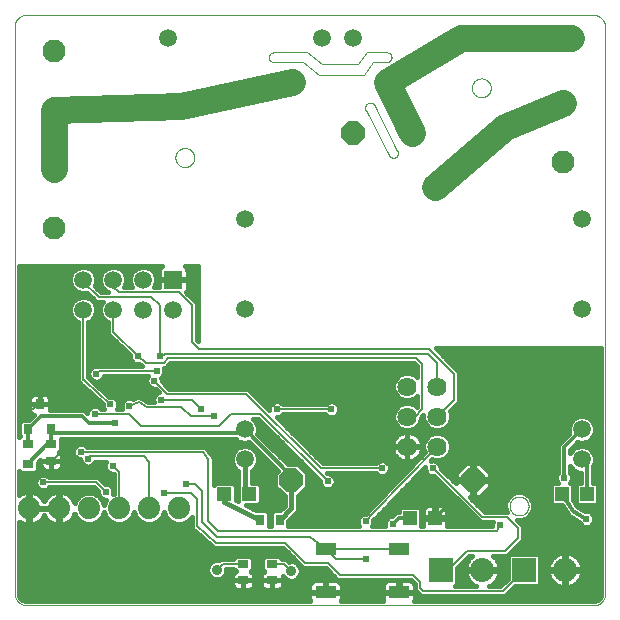
<source format=gtl>
G75*
%MOIN*%
%OFA0B0*%
%FSLAX25Y25*%
%IPPOS*%
%LPD*%
%AMOC8*
5,1,8,0,0,1.08239X$1,22.5*
%
%ADD10C,0.00000*%
%ADD11R,0.03700X0.02600*%
%ADD12C,0.05937*%
%ADD13C,0.06400*%
%ADD14R,0.08000X0.08000*%
%ADD15C,0.08000*%
%ADD16R,0.04724X0.04724*%
%ADD17R,0.03000X0.03700*%
%ADD18OC8,0.07874*%
%ADD19R,0.07087X0.04331*%
%ADD20C,0.07677*%
%ADD21C,0.07400*%
%ADD22R,0.03150X0.03543*%
%ADD23R,0.03700X0.03000*%
%ADD24R,0.05937X0.05937*%
%ADD25C,0.01600*%
%ADD26C,0.00600*%
%ADD27C,0.02381*%
%ADD28C,0.01200*%
%ADD29C,0.09055*%
%ADD30C,0.07000*%
%ADD31C,0.03562*%
D10*
X0009203Y0007699D02*
X0009203Y0196676D01*
X0009205Y0196800D01*
X0009211Y0196923D01*
X0009220Y0197047D01*
X0009234Y0197169D01*
X0009251Y0197292D01*
X0009273Y0197414D01*
X0009298Y0197535D01*
X0009327Y0197655D01*
X0009359Y0197774D01*
X0009396Y0197893D01*
X0009436Y0198010D01*
X0009479Y0198125D01*
X0009527Y0198240D01*
X0009578Y0198352D01*
X0009632Y0198463D01*
X0009690Y0198573D01*
X0009751Y0198680D01*
X0009816Y0198786D01*
X0009884Y0198889D01*
X0009955Y0198990D01*
X0010029Y0199089D01*
X0010106Y0199186D01*
X0010187Y0199280D01*
X0010270Y0199371D01*
X0010356Y0199460D01*
X0010445Y0199546D01*
X0010536Y0199629D01*
X0010630Y0199710D01*
X0010727Y0199787D01*
X0010826Y0199861D01*
X0010927Y0199932D01*
X0011030Y0200000D01*
X0011136Y0200065D01*
X0011243Y0200126D01*
X0011353Y0200184D01*
X0011464Y0200238D01*
X0011576Y0200289D01*
X0011691Y0200337D01*
X0011806Y0200380D01*
X0011923Y0200420D01*
X0012042Y0200457D01*
X0012161Y0200489D01*
X0012281Y0200518D01*
X0012402Y0200543D01*
X0012524Y0200565D01*
X0012647Y0200582D01*
X0012769Y0200596D01*
X0012893Y0200605D01*
X0013016Y0200611D01*
X0013140Y0200613D01*
X0201329Y0200613D01*
X0201328Y0200613D02*
X0201457Y0200623D01*
X0201586Y0200629D01*
X0201714Y0200631D01*
X0201843Y0200629D01*
X0201972Y0200624D01*
X0202101Y0200614D01*
X0202229Y0200601D01*
X0202357Y0200584D01*
X0202484Y0200564D01*
X0202610Y0200539D01*
X0202736Y0200511D01*
X0202861Y0200479D01*
X0202985Y0200444D01*
X0203108Y0200404D01*
X0203229Y0200361D01*
X0203349Y0200315D01*
X0203468Y0200265D01*
X0203585Y0200212D01*
X0203701Y0200155D01*
X0203815Y0200094D01*
X0203927Y0200031D01*
X0204037Y0199964D01*
X0204145Y0199893D01*
X0204251Y0199820D01*
X0204355Y0199743D01*
X0204456Y0199664D01*
X0204555Y0199581D01*
X0204652Y0199496D01*
X0204746Y0199408D01*
X0204837Y0199317D01*
X0204926Y0199223D01*
X0205011Y0199127D01*
X0205094Y0199028D01*
X0205174Y0198927D01*
X0205251Y0198824D01*
X0205325Y0198718D01*
X0205395Y0198610D01*
X0205463Y0198500D01*
X0205527Y0198388D01*
X0205588Y0198275D01*
X0205645Y0198159D01*
X0205699Y0198042D01*
X0205749Y0197924D01*
X0205796Y0197803D01*
X0205839Y0197682D01*
X0205879Y0197559D01*
X0205915Y0197436D01*
X0205948Y0197311D01*
X0205976Y0197185D01*
X0206001Y0197059D01*
X0206022Y0196932D01*
X0206040Y0196804D01*
X0206053Y0196676D01*
X0206053Y0007699D01*
X0206051Y0007575D01*
X0206045Y0007452D01*
X0206036Y0007328D01*
X0206022Y0007206D01*
X0206005Y0007083D01*
X0205983Y0006961D01*
X0205958Y0006840D01*
X0205929Y0006720D01*
X0205897Y0006601D01*
X0205860Y0006482D01*
X0205820Y0006365D01*
X0205777Y0006250D01*
X0205729Y0006135D01*
X0205678Y0006023D01*
X0205624Y0005912D01*
X0205566Y0005802D01*
X0205505Y0005695D01*
X0205440Y0005589D01*
X0205372Y0005486D01*
X0205301Y0005385D01*
X0205227Y0005286D01*
X0205150Y0005189D01*
X0205069Y0005095D01*
X0204986Y0005004D01*
X0204900Y0004915D01*
X0204811Y0004829D01*
X0204720Y0004746D01*
X0204626Y0004665D01*
X0204529Y0004588D01*
X0204430Y0004514D01*
X0204329Y0004443D01*
X0204226Y0004375D01*
X0204120Y0004310D01*
X0204013Y0004249D01*
X0203903Y0004191D01*
X0203792Y0004137D01*
X0203680Y0004086D01*
X0203565Y0004038D01*
X0203450Y0003995D01*
X0203333Y0003955D01*
X0203214Y0003918D01*
X0203095Y0003886D01*
X0202975Y0003857D01*
X0202854Y0003832D01*
X0202732Y0003810D01*
X0202609Y0003793D01*
X0202487Y0003779D01*
X0202363Y0003770D01*
X0202240Y0003764D01*
X0202116Y0003762D01*
X0013140Y0003762D01*
X0013016Y0003764D01*
X0012893Y0003770D01*
X0012769Y0003779D01*
X0012647Y0003793D01*
X0012524Y0003810D01*
X0012402Y0003832D01*
X0012281Y0003857D01*
X0012161Y0003886D01*
X0012042Y0003918D01*
X0011923Y0003955D01*
X0011806Y0003995D01*
X0011691Y0004038D01*
X0011576Y0004086D01*
X0011464Y0004137D01*
X0011353Y0004191D01*
X0011243Y0004249D01*
X0011136Y0004310D01*
X0011030Y0004375D01*
X0010927Y0004443D01*
X0010826Y0004514D01*
X0010727Y0004588D01*
X0010630Y0004665D01*
X0010536Y0004746D01*
X0010445Y0004829D01*
X0010356Y0004915D01*
X0010270Y0005004D01*
X0010187Y0005095D01*
X0010106Y0005189D01*
X0010029Y0005286D01*
X0009955Y0005385D01*
X0009884Y0005486D01*
X0009816Y0005589D01*
X0009751Y0005695D01*
X0009690Y0005802D01*
X0009632Y0005912D01*
X0009578Y0006023D01*
X0009527Y0006135D01*
X0009479Y0006250D01*
X0009436Y0006365D01*
X0009396Y0006482D01*
X0009359Y0006601D01*
X0009327Y0006720D01*
X0009298Y0006840D01*
X0009273Y0006961D01*
X0009251Y0007083D01*
X0009234Y0007206D01*
X0009220Y0007328D01*
X0009211Y0007452D01*
X0009205Y0007575D01*
X0009203Y0007699D01*
X0062746Y0152975D02*
X0062748Y0153087D01*
X0062754Y0153198D01*
X0062764Y0153310D01*
X0062778Y0153421D01*
X0062795Y0153531D01*
X0062817Y0153641D01*
X0062843Y0153750D01*
X0062872Y0153858D01*
X0062905Y0153964D01*
X0062942Y0154070D01*
X0062983Y0154174D01*
X0063028Y0154277D01*
X0063076Y0154378D01*
X0063127Y0154477D01*
X0063182Y0154574D01*
X0063241Y0154669D01*
X0063302Y0154763D01*
X0063367Y0154854D01*
X0063436Y0154942D01*
X0063507Y0155028D01*
X0063581Y0155112D01*
X0063659Y0155192D01*
X0063739Y0155270D01*
X0063822Y0155346D01*
X0063907Y0155418D01*
X0063995Y0155487D01*
X0064085Y0155553D01*
X0064178Y0155615D01*
X0064273Y0155675D01*
X0064370Y0155731D01*
X0064468Y0155783D01*
X0064569Y0155832D01*
X0064671Y0155877D01*
X0064775Y0155919D01*
X0064880Y0155957D01*
X0064987Y0155991D01*
X0065094Y0156021D01*
X0065203Y0156048D01*
X0065312Y0156070D01*
X0065423Y0156089D01*
X0065533Y0156104D01*
X0065645Y0156115D01*
X0065756Y0156122D01*
X0065868Y0156125D01*
X0065980Y0156124D01*
X0066092Y0156119D01*
X0066203Y0156110D01*
X0066314Y0156097D01*
X0066425Y0156080D01*
X0066535Y0156060D01*
X0066644Y0156035D01*
X0066752Y0156007D01*
X0066859Y0155974D01*
X0066965Y0155938D01*
X0067069Y0155898D01*
X0067172Y0155855D01*
X0067274Y0155808D01*
X0067373Y0155757D01*
X0067471Y0155703D01*
X0067567Y0155645D01*
X0067661Y0155584D01*
X0067752Y0155520D01*
X0067841Y0155453D01*
X0067928Y0155382D01*
X0068012Y0155308D01*
X0068094Y0155232D01*
X0068172Y0155152D01*
X0068248Y0155070D01*
X0068321Y0154985D01*
X0068391Y0154898D01*
X0068457Y0154808D01*
X0068521Y0154716D01*
X0068581Y0154622D01*
X0068638Y0154526D01*
X0068691Y0154427D01*
X0068741Y0154327D01*
X0068787Y0154226D01*
X0068830Y0154122D01*
X0068869Y0154017D01*
X0068904Y0153911D01*
X0068935Y0153804D01*
X0068963Y0153695D01*
X0068986Y0153586D01*
X0069006Y0153476D01*
X0069022Y0153365D01*
X0069034Y0153254D01*
X0069042Y0153143D01*
X0069046Y0153031D01*
X0069046Y0152919D01*
X0069042Y0152807D01*
X0069034Y0152696D01*
X0069022Y0152585D01*
X0069006Y0152474D01*
X0068986Y0152364D01*
X0068963Y0152255D01*
X0068935Y0152146D01*
X0068904Y0152039D01*
X0068869Y0151933D01*
X0068830Y0151828D01*
X0068787Y0151724D01*
X0068741Y0151623D01*
X0068691Y0151523D01*
X0068638Y0151424D01*
X0068581Y0151328D01*
X0068521Y0151234D01*
X0068457Y0151142D01*
X0068391Y0151052D01*
X0068321Y0150965D01*
X0068248Y0150880D01*
X0068172Y0150798D01*
X0068094Y0150718D01*
X0068012Y0150642D01*
X0067928Y0150568D01*
X0067841Y0150497D01*
X0067752Y0150430D01*
X0067661Y0150366D01*
X0067567Y0150305D01*
X0067471Y0150247D01*
X0067373Y0150193D01*
X0067274Y0150142D01*
X0067172Y0150095D01*
X0067069Y0150052D01*
X0066965Y0150012D01*
X0066859Y0149976D01*
X0066752Y0149943D01*
X0066644Y0149915D01*
X0066535Y0149890D01*
X0066425Y0149870D01*
X0066314Y0149853D01*
X0066203Y0149840D01*
X0066092Y0149831D01*
X0065980Y0149826D01*
X0065868Y0149825D01*
X0065756Y0149828D01*
X0065645Y0149835D01*
X0065533Y0149846D01*
X0065423Y0149861D01*
X0065312Y0149880D01*
X0065203Y0149902D01*
X0065094Y0149929D01*
X0064987Y0149959D01*
X0064880Y0149993D01*
X0064775Y0150031D01*
X0064671Y0150073D01*
X0064569Y0150118D01*
X0064468Y0150167D01*
X0064370Y0150219D01*
X0064273Y0150275D01*
X0064178Y0150335D01*
X0064085Y0150397D01*
X0063995Y0150463D01*
X0063907Y0150532D01*
X0063822Y0150604D01*
X0063739Y0150680D01*
X0063659Y0150758D01*
X0063581Y0150838D01*
X0063507Y0150922D01*
X0063436Y0151008D01*
X0063367Y0151096D01*
X0063302Y0151187D01*
X0063241Y0151281D01*
X0063182Y0151376D01*
X0063127Y0151473D01*
X0063076Y0151572D01*
X0063028Y0151673D01*
X0062983Y0151776D01*
X0062942Y0151880D01*
X0062905Y0151986D01*
X0062872Y0152092D01*
X0062843Y0152200D01*
X0062817Y0152309D01*
X0062795Y0152419D01*
X0062778Y0152529D01*
X0062764Y0152640D01*
X0062754Y0152752D01*
X0062748Y0152863D01*
X0062746Y0152975D01*
X0095423Y0184865D02*
X0105266Y0184865D01*
X0110778Y0180534D01*
X0125738Y0180534D01*
X0128494Y0184865D01*
X0133219Y0184865D01*
X0133219Y0184864D02*
X0133296Y0184866D01*
X0133373Y0184872D01*
X0133450Y0184881D01*
X0133526Y0184894D01*
X0133602Y0184911D01*
X0133676Y0184932D01*
X0133750Y0184956D01*
X0133822Y0184984D01*
X0133892Y0185015D01*
X0133961Y0185050D01*
X0134029Y0185088D01*
X0134094Y0185129D01*
X0134157Y0185174D01*
X0134218Y0185222D01*
X0134277Y0185272D01*
X0134333Y0185325D01*
X0134386Y0185381D01*
X0134436Y0185440D01*
X0134484Y0185501D01*
X0134529Y0185564D01*
X0134570Y0185629D01*
X0134608Y0185697D01*
X0134643Y0185766D01*
X0134674Y0185836D01*
X0134702Y0185908D01*
X0134726Y0185982D01*
X0134747Y0186056D01*
X0134764Y0186132D01*
X0134777Y0186208D01*
X0134786Y0186285D01*
X0134792Y0186362D01*
X0134794Y0186439D01*
X0134792Y0186516D01*
X0134786Y0186593D01*
X0134777Y0186670D01*
X0134764Y0186746D01*
X0134747Y0186822D01*
X0134726Y0186896D01*
X0134702Y0186970D01*
X0134674Y0187042D01*
X0134643Y0187112D01*
X0134608Y0187181D01*
X0134570Y0187249D01*
X0134529Y0187314D01*
X0134484Y0187377D01*
X0134436Y0187438D01*
X0134386Y0187497D01*
X0134333Y0187553D01*
X0134277Y0187606D01*
X0134218Y0187656D01*
X0134157Y0187704D01*
X0134094Y0187749D01*
X0134029Y0187790D01*
X0133961Y0187828D01*
X0133892Y0187863D01*
X0133822Y0187894D01*
X0133750Y0187922D01*
X0133676Y0187946D01*
X0133602Y0187967D01*
X0133526Y0187984D01*
X0133450Y0187997D01*
X0133373Y0188006D01*
X0133296Y0188012D01*
X0133219Y0188014D01*
X0126526Y0188014D01*
X0123770Y0184077D01*
X0111565Y0184077D01*
X0106447Y0188014D01*
X0095423Y0188014D01*
X0095346Y0188012D01*
X0095269Y0188006D01*
X0095192Y0187997D01*
X0095116Y0187984D01*
X0095040Y0187967D01*
X0094966Y0187946D01*
X0094892Y0187922D01*
X0094820Y0187894D01*
X0094750Y0187863D01*
X0094681Y0187828D01*
X0094613Y0187790D01*
X0094548Y0187749D01*
X0094485Y0187704D01*
X0094424Y0187656D01*
X0094365Y0187606D01*
X0094309Y0187553D01*
X0094256Y0187497D01*
X0094206Y0187438D01*
X0094158Y0187377D01*
X0094113Y0187314D01*
X0094072Y0187249D01*
X0094034Y0187181D01*
X0093999Y0187112D01*
X0093968Y0187042D01*
X0093940Y0186970D01*
X0093916Y0186896D01*
X0093895Y0186822D01*
X0093878Y0186746D01*
X0093865Y0186670D01*
X0093856Y0186593D01*
X0093850Y0186516D01*
X0093848Y0186439D01*
X0093850Y0186362D01*
X0093856Y0186285D01*
X0093865Y0186208D01*
X0093878Y0186132D01*
X0093895Y0186056D01*
X0093916Y0185982D01*
X0093940Y0185908D01*
X0093968Y0185836D01*
X0093999Y0185766D01*
X0094034Y0185697D01*
X0094072Y0185629D01*
X0094113Y0185564D01*
X0094158Y0185501D01*
X0094206Y0185440D01*
X0094256Y0185381D01*
X0094309Y0185325D01*
X0094365Y0185272D01*
X0094424Y0185222D01*
X0094485Y0185174D01*
X0094548Y0185129D01*
X0094613Y0185088D01*
X0094681Y0185050D01*
X0094750Y0185015D01*
X0094820Y0184984D01*
X0094892Y0184956D01*
X0094966Y0184932D01*
X0095040Y0184911D01*
X0095116Y0184894D01*
X0095192Y0184881D01*
X0095269Y0184872D01*
X0095346Y0184866D01*
X0095423Y0184864D01*
X0126132Y0168723D02*
X0134006Y0153762D01*
X0134044Y0153694D01*
X0134086Y0153627D01*
X0134130Y0153563D01*
X0134178Y0153501D01*
X0134229Y0153441D01*
X0134283Y0153384D01*
X0134340Y0153330D01*
X0134399Y0153278D01*
X0134460Y0153230D01*
X0134524Y0153185D01*
X0134591Y0153142D01*
X0134659Y0153104D01*
X0134729Y0153068D01*
X0134800Y0153036D01*
X0134873Y0153008D01*
X0134948Y0152983D01*
X0135023Y0152962D01*
X0135100Y0152945D01*
X0135177Y0152931D01*
X0135255Y0152922D01*
X0135333Y0152916D01*
X0135412Y0152914D01*
X0135490Y0152916D01*
X0135568Y0152922D01*
X0135646Y0152932D01*
X0135723Y0152945D01*
X0135800Y0152962D01*
X0135876Y0152983D01*
X0135950Y0153008D01*
X0136023Y0153037D01*
X0136095Y0153069D01*
X0136165Y0153104D01*
X0136233Y0153143D01*
X0136299Y0153185D01*
X0136363Y0153231D01*
X0136424Y0153279D01*
X0136483Y0153331D01*
X0136540Y0153385D01*
X0136594Y0153442D01*
X0136645Y0153502D01*
X0136692Y0153564D01*
X0136737Y0153629D01*
X0136779Y0153695D01*
X0136817Y0153764D01*
X0136852Y0153834D01*
X0136883Y0153906D01*
X0136911Y0153979D01*
X0136935Y0154054D01*
X0136955Y0154130D01*
X0136971Y0154207D01*
X0136984Y0154284D01*
X0136993Y0154362D01*
X0136998Y0154440D01*
X0136999Y0154519D01*
X0136996Y0154597D01*
X0136990Y0154675D01*
X0136979Y0154753D01*
X0136965Y0154830D01*
X0136947Y0154906D01*
X0136925Y0154982D01*
X0136899Y0155056D01*
X0136870Y0155129D01*
X0136837Y0155200D01*
X0136801Y0155269D01*
X0136762Y0155337D01*
X0129281Y0170298D01*
X0129282Y0170298D02*
X0129243Y0170371D01*
X0129201Y0170442D01*
X0129156Y0170511D01*
X0129108Y0170577D01*
X0129056Y0170642D01*
X0129002Y0170704D01*
X0128944Y0170763D01*
X0128884Y0170820D01*
X0128821Y0170874D01*
X0128756Y0170924D01*
X0128689Y0170972D01*
X0128619Y0171016D01*
X0128548Y0171057D01*
X0128474Y0171095D01*
X0128399Y0171129D01*
X0128322Y0171160D01*
X0128244Y0171187D01*
X0128165Y0171210D01*
X0128085Y0171230D01*
X0128004Y0171246D01*
X0127922Y0171258D01*
X0127840Y0171266D01*
X0127758Y0171270D01*
X0127675Y0171271D01*
X0127592Y0171267D01*
X0127510Y0171260D01*
X0127428Y0171249D01*
X0127347Y0171234D01*
X0127267Y0171215D01*
X0127187Y0171193D01*
X0127109Y0171166D01*
X0127032Y0171137D01*
X0126957Y0171103D01*
X0126883Y0171066D01*
X0126811Y0171026D01*
X0126741Y0170982D01*
X0126673Y0170935D01*
X0126607Y0170885D01*
X0126544Y0170832D01*
X0126483Y0170776D01*
X0126425Y0170717D01*
X0126370Y0170656D01*
X0126318Y0170592D01*
X0126268Y0170526D01*
X0126222Y0170457D01*
X0126180Y0170387D01*
X0126140Y0170314D01*
X0126104Y0170240D01*
X0126072Y0170164D01*
X0126043Y0170086D01*
X0126018Y0170008D01*
X0125996Y0169928D01*
X0125979Y0169847D01*
X0125965Y0169766D01*
X0125955Y0169684D01*
X0125948Y0169602D01*
X0125946Y0169519D01*
X0125948Y0169437D01*
X0125953Y0169354D01*
X0125962Y0169272D01*
X0125975Y0169191D01*
X0125992Y0169110D01*
X0126013Y0169030D01*
X0126037Y0168951D01*
X0126065Y0168873D01*
X0126097Y0168797D01*
X0126132Y0168722D01*
X0161565Y0176203D02*
X0161567Y0176315D01*
X0161573Y0176426D01*
X0161583Y0176538D01*
X0161597Y0176649D01*
X0161614Y0176759D01*
X0161636Y0176869D01*
X0161662Y0176978D01*
X0161691Y0177086D01*
X0161724Y0177192D01*
X0161761Y0177298D01*
X0161802Y0177402D01*
X0161847Y0177505D01*
X0161895Y0177606D01*
X0161946Y0177705D01*
X0162001Y0177802D01*
X0162060Y0177897D01*
X0162121Y0177991D01*
X0162186Y0178082D01*
X0162255Y0178170D01*
X0162326Y0178256D01*
X0162400Y0178340D01*
X0162478Y0178420D01*
X0162558Y0178498D01*
X0162641Y0178574D01*
X0162726Y0178646D01*
X0162814Y0178715D01*
X0162904Y0178781D01*
X0162997Y0178843D01*
X0163092Y0178903D01*
X0163189Y0178959D01*
X0163287Y0179011D01*
X0163388Y0179060D01*
X0163490Y0179105D01*
X0163594Y0179147D01*
X0163699Y0179185D01*
X0163806Y0179219D01*
X0163913Y0179249D01*
X0164022Y0179276D01*
X0164131Y0179298D01*
X0164242Y0179317D01*
X0164352Y0179332D01*
X0164464Y0179343D01*
X0164575Y0179350D01*
X0164687Y0179353D01*
X0164799Y0179352D01*
X0164911Y0179347D01*
X0165022Y0179338D01*
X0165133Y0179325D01*
X0165244Y0179308D01*
X0165354Y0179288D01*
X0165463Y0179263D01*
X0165571Y0179235D01*
X0165678Y0179202D01*
X0165784Y0179166D01*
X0165888Y0179126D01*
X0165991Y0179083D01*
X0166093Y0179036D01*
X0166192Y0178985D01*
X0166290Y0178931D01*
X0166386Y0178873D01*
X0166480Y0178812D01*
X0166571Y0178748D01*
X0166660Y0178681D01*
X0166747Y0178610D01*
X0166831Y0178536D01*
X0166913Y0178460D01*
X0166991Y0178380D01*
X0167067Y0178298D01*
X0167140Y0178213D01*
X0167210Y0178126D01*
X0167276Y0178036D01*
X0167340Y0177944D01*
X0167400Y0177850D01*
X0167457Y0177754D01*
X0167510Y0177655D01*
X0167560Y0177555D01*
X0167606Y0177454D01*
X0167649Y0177350D01*
X0167688Y0177245D01*
X0167723Y0177139D01*
X0167754Y0177032D01*
X0167782Y0176923D01*
X0167805Y0176814D01*
X0167825Y0176704D01*
X0167841Y0176593D01*
X0167853Y0176482D01*
X0167861Y0176371D01*
X0167865Y0176259D01*
X0167865Y0176147D01*
X0167861Y0176035D01*
X0167853Y0175924D01*
X0167841Y0175813D01*
X0167825Y0175702D01*
X0167805Y0175592D01*
X0167782Y0175483D01*
X0167754Y0175374D01*
X0167723Y0175267D01*
X0167688Y0175161D01*
X0167649Y0175056D01*
X0167606Y0174952D01*
X0167560Y0174851D01*
X0167510Y0174751D01*
X0167457Y0174652D01*
X0167400Y0174556D01*
X0167340Y0174462D01*
X0167276Y0174370D01*
X0167210Y0174280D01*
X0167140Y0174193D01*
X0167067Y0174108D01*
X0166991Y0174026D01*
X0166913Y0173946D01*
X0166831Y0173870D01*
X0166747Y0173796D01*
X0166660Y0173725D01*
X0166571Y0173658D01*
X0166480Y0173594D01*
X0166386Y0173533D01*
X0166290Y0173475D01*
X0166192Y0173421D01*
X0166093Y0173370D01*
X0165991Y0173323D01*
X0165888Y0173280D01*
X0165784Y0173240D01*
X0165678Y0173204D01*
X0165571Y0173171D01*
X0165463Y0173143D01*
X0165354Y0173118D01*
X0165244Y0173098D01*
X0165133Y0173081D01*
X0165022Y0173068D01*
X0164911Y0173059D01*
X0164799Y0173054D01*
X0164687Y0173053D01*
X0164575Y0173056D01*
X0164464Y0173063D01*
X0164352Y0173074D01*
X0164242Y0173089D01*
X0164131Y0173108D01*
X0164022Y0173130D01*
X0163913Y0173157D01*
X0163806Y0173187D01*
X0163699Y0173221D01*
X0163594Y0173259D01*
X0163490Y0173301D01*
X0163388Y0173346D01*
X0163287Y0173395D01*
X0163189Y0173447D01*
X0163092Y0173503D01*
X0162997Y0173563D01*
X0162904Y0173625D01*
X0162814Y0173691D01*
X0162726Y0173760D01*
X0162641Y0173832D01*
X0162558Y0173908D01*
X0162478Y0173986D01*
X0162400Y0174066D01*
X0162326Y0174150D01*
X0162255Y0174236D01*
X0162186Y0174324D01*
X0162121Y0174415D01*
X0162060Y0174509D01*
X0162001Y0174604D01*
X0161946Y0174701D01*
X0161895Y0174800D01*
X0161847Y0174901D01*
X0161802Y0175004D01*
X0161761Y0175108D01*
X0161724Y0175214D01*
X0161691Y0175320D01*
X0161662Y0175428D01*
X0161636Y0175537D01*
X0161614Y0175647D01*
X0161597Y0175757D01*
X0161583Y0175868D01*
X0161573Y0175980D01*
X0161567Y0176091D01*
X0161565Y0176203D01*
X0174163Y0036833D02*
X0174165Y0036945D01*
X0174171Y0037056D01*
X0174181Y0037168D01*
X0174195Y0037279D01*
X0174212Y0037389D01*
X0174234Y0037499D01*
X0174260Y0037608D01*
X0174289Y0037716D01*
X0174322Y0037822D01*
X0174359Y0037928D01*
X0174400Y0038032D01*
X0174445Y0038135D01*
X0174493Y0038236D01*
X0174544Y0038335D01*
X0174599Y0038432D01*
X0174658Y0038527D01*
X0174719Y0038621D01*
X0174784Y0038712D01*
X0174853Y0038800D01*
X0174924Y0038886D01*
X0174998Y0038970D01*
X0175076Y0039050D01*
X0175156Y0039128D01*
X0175239Y0039204D01*
X0175324Y0039276D01*
X0175412Y0039345D01*
X0175502Y0039411D01*
X0175595Y0039473D01*
X0175690Y0039533D01*
X0175787Y0039589D01*
X0175885Y0039641D01*
X0175986Y0039690D01*
X0176088Y0039735D01*
X0176192Y0039777D01*
X0176297Y0039815D01*
X0176404Y0039849D01*
X0176511Y0039879D01*
X0176620Y0039906D01*
X0176729Y0039928D01*
X0176840Y0039947D01*
X0176950Y0039962D01*
X0177062Y0039973D01*
X0177173Y0039980D01*
X0177285Y0039983D01*
X0177397Y0039982D01*
X0177509Y0039977D01*
X0177620Y0039968D01*
X0177731Y0039955D01*
X0177842Y0039938D01*
X0177952Y0039918D01*
X0178061Y0039893D01*
X0178169Y0039865D01*
X0178276Y0039832D01*
X0178382Y0039796D01*
X0178486Y0039756D01*
X0178589Y0039713D01*
X0178691Y0039666D01*
X0178790Y0039615D01*
X0178888Y0039561D01*
X0178984Y0039503D01*
X0179078Y0039442D01*
X0179169Y0039378D01*
X0179258Y0039311D01*
X0179345Y0039240D01*
X0179429Y0039166D01*
X0179511Y0039090D01*
X0179589Y0039010D01*
X0179665Y0038928D01*
X0179738Y0038843D01*
X0179808Y0038756D01*
X0179874Y0038666D01*
X0179938Y0038574D01*
X0179998Y0038480D01*
X0180055Y0038384D01*
X0180108Y0038285D01*
X0180158Y0038185D01*
X0180204Y0038084D01*
X0180247Y0037980D01*
X0180286Y0037875D01*
X0180321Y0037769D01*
X0180352Y0037662D01*
X0180380Y0037553D01*
X0180403Y0037444D01*
X0180423Y0037334D01*
X0180439Y0037223D01*
X0180451Y0037112D01*
X0180459Y0037001D01*
X0180463Y0036889D01*
X0180463Y0036777D01*
X0180459Y0036665D01*
X0180451Y0036554D01*
X0180439Y0036443D01*
X0180423Y0036332D01*
X0180403Y0036222D01*
X0180380Y0036113D01*
X0180352Y0036004D01*
X0180321Y0035897D01*
X0180286Y0035791D01*
X0180247Y0035686D01*
X0180204Y0035582D01*
X0180158Y0035481D01*
X0180108Y0035381D01*
X0180055Y0035282D01*
X0179998Y0035186D01*
X0179938Y0035092D01*
X0179874Y0035000D01*
X0179808Y0034910D01*
X0179738Y0034823D01*
X0179665Y0034738D01*
X0179589Y0034656D01*
X0179511Y0034576D01*
X0179429Y0034500D01*
X0179345Y0034426D01*
X0179258Y0034355D01*
X0179169Y0034288D01*
X0179078Y0034224D01*
X0178984Y0034163D01*
X0178888Y0034105D01*
X0178790Y0034051D01*
X0178691Y0034000D01*
X0178589Y0033953D01*
X0178486Y0033910D01*
X0178382Y0033870D01*
X0178276Y0033834D01*
X0178169Y0033801D01*
X0178061Y0033773D01*
X0177952Y0033748D01*
X0177842Y0033728D01*
X0177731Y0033711D01*
X0177620Y0033698D01*
X0177509Y0033689D01*
X0177397Y0033684D01*
X0177285Y0033683D01*
X0177173Y0033686D01*
X0177062Y0033693D01*
X0176950Y0033704D01*
X0176840Y0033719D01*
X0176729Y0033738D01*
X0176620Y0033760D01*
X0176511Y0033787D01*
X0176404Y0033817D01*
X0176297Y0033851D01*
X0176192Y0033889D01*
X0176088Y0033931D01*
X0175986Y0033976D01*
X0175885Y0034025D01*
X0175787Y0034077D01*
X0175690Y0034133D01*
X0175595Y0034193D01*
X0175502Y0034255D01*
X0175412Y0034321D01*
X0175324Y0034390D01*
X0175239Y0034462D01*
X0175156Y0034538D01*
X0175076Y0034616D01*
X0174998Y0034696D01*
X0174924Y0034780D01*
X0174853Y0034866D01*
X0174784Y0034954D01*
X0174719Y0035045D01*
X0174658Y0035139D01*
X0174599Y0035234D01*
X0174544Y0035331D01*
X0174493Y0035430D01*
X0174445Y0035531D01*
X0174400Y0035634D01*
X0174359Y0035738D01*
X0174322Y0035844D01*
X0174289Y0035950D01*
X0174260Y0036058D01*
X0174234Y0036167D01*
X0174212Y0036277D01*
X0174195Y0036387D01*
X0174181Y0036498D01*
X0174171Y0036610D01*
X0174165Y0036721D01*
X0174163Y0036833D01*
D11*
X0094954Y0017624D03*
X0094954Y0012024D03*
X0085319Y0012024D03*
X0085319Y0017624D03*
X0021407Y0051750D03*
X0021407Y0057350D03*
D12*
X0032056Y0102230D03*
X0042056Y0102230D03*
X0052056Y0102230D03*
X0062056Y0102230D03*
X0052056Y0112230D03*
X0042056Y0112230D03*
X0032056Y0112230D03*
X0085915Y0102345D03*
X0085915Y0132345D03*
X0101722Y0178172D03*
X0111565Y0192739D03*
X0121801Y0192739D03*
X0133219Y0178172D03*
X0194636Y0192739D03*
X0198159Y0132345D03*
X0198159Y0102345D03*
X0198159Y0062345D03*
X0198159Y0052345D03*
X0085915Y0052345D03*
X0085915Y0062345D03*
X0060384Y0192739D03*
D13*
X0140026Y0076620D03*
X0140026Y0066620D03*
X0140026Y0056620D03*
X0150026Y0056620D03*
X0150026Y0066620D03*
X0150026Y0076620D03*
D14*
X0151329Y0015573D03*
X0178888Y0015573D03*
D15*
X0165108Y0015573D03*
X0192667Y0015573D03*
D16*
X0191683Y0040770D03*
X0199951Y0040770D03*
X0149281Y0032857D03*
X0141014Y0032857D03*
X0087352Y0040770D03*
X0079085Y0040770D03*
D17*
X0090942Y0032109D03*
X0097542Y0032109D03*
D18*
X0101329Y0045494D03*
X0161959Y0045494D03*
X0141486Y0161243D03*
X0121801Y0161243D03*
D19*
X0112785Y0022620D03*
X0112785Y0008054D03*
X0137195Y0008054D03*
X0137195Y0022620D03*
D20*
X0022116Y0129353D03*
X0022116Y0149038D03*
X0022116Y0168723D03*
X0022116Y0188408D03*
X0191959Y0171085D03*
X0191959Y0151400D03*
D21*
X0063927Y0036046D03*
X0053927Y0036046D03*
X0043927Y0036046D03*
X0033927Y0036046D03*
X0023927Y0036046D03*
X0013927Y0036046D03*
D22*
X0013730Y0062424D03*
X0021211Y0062424D03*
X0017470Y0070691D03*
D23*
X0013533Y0057456D03*
X0013533Y0050856D03*
D24*
X0062056Y0112230D03*
D25*
X0062240Y0112414D02*
X0066824Y0112414D01*
X0066824Y0115435D01*
X0066701Y0115893D01*
X0066464Y0116304D01*
X0066129Y0116639D01*
X0065929Y0116754D01*
X0070226Y0116754D01*
X0070226Y0091993D01*
X0069958Y0092262D01*
X0069958Y0104466D01*
X0068962Y0105462D01*
X0066366Y0108058D01*
X0066464Y0108156D01*
X0066701Y0108567D01*
X0066824Y0109024D01*
X0066824Y0112046D01*
X0062240Y0112046D01*
X0062240Y0112414D01*
X0061871Y0112414D02*
X0061871Y0112046D01*
X0057287Y0112046D01*
X0057287Y0109793D01*
X0055774Y0109793D01*
X0056424Y0111361D01*
X0056424Y0113099D01*
X0055759Y0114704D01*
X0054530Y0115933D01*
X0052924Y0116598D01*
X0051187Y0116598D01*
X0049581Y0115933D01*
X0048352Y0114704D01*
X0047687Y0113099D01*
X0047687Y0111361D01*
X0048337Y0109793D01*
X0045774Y0109793D01*
X0046424Y0111361D01*
X0046424Y0113099D01*
X0045759Y0114704D01*
X0044530Y0115933D01*
X0042924Y0116598D01*
X0041187Y0116598D01*
X0039581Y0115933D01*
X0038352Y0114704D01*
X0037687Y0113099D01*
X0037687Y0111361D01*
X0038352Y0109755D01*
X0039581Y0108526D01*
X0040325Y0108218D01*
X0037823Y0108218D01*
X0035913Y0110128D01*
X0036424Y0111361D01*
X0036424Y0113099D01*
X0035759Y0114704D01*
X0034530Y0115933D01*
X0032924Y0116598D01*
X0031187Y0116598D01*
X0029581Y0115933D01*
X0028352Y0114704D01*
X0027687Y0113099D01*
X0027687Y0111361D01*
X0028352Y0109755D01*
X0029581Y0108526D01*
X0031187Y0107861D01*
X0032924Y0107861D01*
X0033240Y0107992D01*
X0035419Y0105814D01*
X0036414Y0104818D01*
X0038466Y0104818D01*
X0038352Y0104704D01*
X0037687Y0103099D01*
X0037687Y0101361D01*
X0038352Y0099755D01*
X0039581Y0098526D01*
X0040356Y0098206D01*
X0040356Y0095757D01*
X0040292Y0095693D01*
X0040292Y0094285D01*
X0041288Y0093289D01*
X0047557Y0087019D01*
X0047557Y0086318D01*
X0047951Y0085366D01*
X0048680Y0084637D01*
X0049632Y0084243D01*
X0050558Y0084243D01*
X0051523Y0083415D01*
X0037132Y0083415D01*
X0036883Y0083518D01*
X0035853Y0083518D01*
X0034901Y0083124D01*
X0034172Y0082395D01*
X0033778Y0081443D01*
X0033778Y0080412D01*
X0034172Y0079460D01*
X0034901Y0078731D01*
X0035853Y0078337D01*
X0036883Y0078337D01*
X0037836Y0078731D01*
X0038564Y0079460D01*
X0038794Y0080015D01*
X0053456Y0080015D01*
X0053069Y0079081D01*
X0053069Y0078050D01*
X0053463Y0077098D01*
X0054192Y0076369D01*
X0055144Y0075975D01*
X0055846Y0075975D01*
X0057123Y0074698D01*
X0056554Y0074462D01*
X0055825Y0073734D01*
X0055431Y0072781D01*
X0055431Y0071751D01*
X0055492Y0071604D01*
X0053749Y0071604D01*
X0051918Y0072650D01*
X0051886Y0072735D01*
X0051316Y0072994D01*
X0050773Y0073304D01*
X0050686Y0073280D01*
X0050604Y0073318D01*
X0050018Y0073098D01*
X0049415Y0072934D01*
X0049370Y0072855D01*
X0048644Y0072583D01*
X0047907Y0072888D01*
X0046876Y0072888D01*
X0045924Y0072494D01*
X0045196Y0071765D01*
X0044801Y0070813D01*
X0044801Y0069782D01*
X0045025Y0069242D01*
X0043296Y0069242D01*
X0043683Y0070176D01*
X0043683Y0071207D01*
X0043289Y0072159D01*
X0042560Y0072887D01*
X0041608Y0073282D01*
X0040777Y0073282D01*
X0034169Y0079319D01*
X0033755Y0079696D01*
X0033755Y0098206D01*
X0034530Y0098526D01*
X0035759Y0099755D01*
X0036424Y0101361D01*
X0036424Y0103099D01*
X0035759Y0104704D01*
X0034530Y0105933D01*
X0032924Y0106598D01*
X0031187Y0106598D01*
X0029581Y0105933D01*
X0028352Y0104704D01*
X0027687Y0103099D01*
X0027687Y0101361D01*
X0028352Y0099755D01*
X0029581Y0098526D01*
X0030356Y0098206D01*
X0030356Y0079734D01*
X0030262Y0079631D01*
X0030325Y0078224D01*
X0030894Y0077705D01*
X0031327Y0077309D01*
X0031798Y0076838D01*
X0031843Y0076838D01*
X0038502Y0070755D01*
X0038502Y0070176D01*
X0038889Y0069242D01*
X0037938Y0069242D01*
X0037442Y0069738D01*
X0036490Y0070132D01*
X0035459Y0070132D01*
X0034507Y0069738D01*
X0033778Y0069009D01*
X0033384Y0068057D01*
X0033384Y0067843D01*
X0032472Y0068754D01*
X0020845Y0068754D01*
X0020845Y0070691D01*
X0017471Y0070691D01*
X0017471Y0070691D01*
X0020845Y0070691D01*
X0020845Y0072700D01*
X0020723Y0073158D01*
X0020486Y0073568D01*
X0020150Y0073903D01*
X0019740Y0074140D01*
X0019282Y0074263D01*
X0017471Y0074263D01*
X0017471Y0070691D01*
X0017470Y0070691D01*
X0014096Y0070691D01*
X0014096Y0068683D01*
X0014218Y0068225D01*
X0014455Y0067814D01*
X0014790Y0067479D01*
X0015201Y0067242D01*
X0015611Y0067133D01*
X0014074Y0065595D01*
X0011576Y0065595D01*
X0010756Y0064775D01*
X0010756Y0060072D01*
X0010788Y0060040D01*
X0010603Y0059855D01*
X0010603Y0116754D01*
X0058182Y0116754D01*
X0057982Y0116639D01*
X0057647Y0116304D01*
X0057410Y0115893D01*
X0057287Y0115435D01*
X0057287Y0112414D01*
X0061871Y0112414D01*
X0057287Y0112461D02*
X0056424Y0112461D01*
X0056218Y0110862D02*
X0057287Y0110862D01*
X0057287Y0114059D02*
X0056026Y0114059D01*
X0054805Y0115658D02*
X0057347Y0115658D01*
X0049306Y0115658D02*
X0044805Y0115658D01*
X0046026Y0114059D02*
X0048085Y0114059D01*
X0047687Y0112461D02*
X0046424Y0112461D01*
X0046218Y0110862D02*
X0047893Y0110862D01*
X0038843Y0109264D02*
X0036777Y0109264D01*
X0036218Y0110862D02*
X0037893Y0110862D01*
X0037687Y0112461D02*
X0036424Y0112461D01*
X0036026Y0114059D02*
X0038085Y0114059D01*
X0039306Y0115658D02*
X0034805Y0115658D01*
X0029306Y0115658D02*
X0010603Y0115658D01*
X0010603Y0114059D02*
X0028085Y0114059D01*
X0027687Y0112461D02*
X0010603Y0112461D01*
X0010603Y0110862D02*
X0027893Y0110862D01*
X0028843Y0109264D02*
X0010603Y0109264D01*
X0010603Y0107665D02*
X0033567Y0107665D01*
X0034208Y0106067D02*
X0035166Y0106067D01*
X0035419Y0105814D02*
X0035419Y0105814D01*
X0035857Y0104468D02*
X0038254Y0104468D01*
X0037687Y0102870D02*
X0036424Y0102870D01*
X0036387Y0101271D02*
X0037724Y0101271D01*
X0038435Y0099673D02*
X0035676Y0099673D01*
X0033755Y0098074D02*
X0040356Y0098074D01*
X0040356Y0096476D02*
X0033755Y0096476D01*
X0033755Y0094877D02*
X0040292Y0094877D01*
X0041288Y0093289D02*
X0041288Y0093289D01*
X0041298Y0093279D02*
X0033755Y0093279D01*
X0033755Y0091680D02*
X0042896Y0091680D01*
X0044495Y0090082D02*
X0033755Y0090082D01*
X0033755Y0088483D02*
X0046093Y0088483D01*
X0047557Y0086885D02*
X0033755Y0086885D01*
X0033755Y0085286D02*
X0048031Y0085286D01*
X0051205Y0083688D02*
X0033755Y0083688D01*
X0033755Y0082089D02*
X0034045Y0082089D01*
X0033778Y0080491D02*
X0033755Y0080491D01*
X0034169Y0079319D02*
X0034169Y0079319D01*
X0034635Y0078892D02*
X0034740Y0078892D01*
X0036385Y0077294D02*
X0053382Y0077294D01*
X0053069Y0078892D02*
X0037996Y0078892D01*
X0038135Y0075695D02*
X0056125Y0075695D01*
X0056189Y0074097D02*
X0039885Y0074097D01*
X0038344Y0070900D02*
X0020845Y0070900D01*
X0020845Y0072498D02*
X0036594Y0072498D01*
X0034844Y0074097D02*
X0019816Y0074097D01*
X0017471Y0074097D02*
X0017470Y0074097D01*
X0017470Y0074263D02*
X0015659Y0074263D01*
X0015201Y0074140D01*
X0014790Y0073903D01*
X0014455Y0073568D01*
X0014218Y0073158D01*
X0014096Y0072700D01*
X0014096Y0070691D01*
X0017470Y0070691D01*
X0017470Y0070691D01*
X0017470Y0074263D01*
X0017470Y0072498D02*
X0017471Y0072498D01*
X0017470Y0070900D02*
X0017471Y0070900D01*
X0020845Y0069301D02*
X0034070Y0069301D01*
X0037879Y0069301D02*
X0038864Y0069301D01*
X0043321Y0069301D02*
X0045000Y0069301D01*
X0044837Y0070900D02*
X0043683Y0070900D01*
X0042949Y0072498D02*
X0045935Y0072498D01*
X0052184Y0072498D02*
X0055431Y0072498D01*
X0059335Y0077294D02*
X0135426Y0077294D01*
X0135426Y0077535D02*
X0135426Y0075705D01*
X0136127Y0074014D01*
X0137421Y0072720D01*
X0139111Y0072020D01*
X0140941Y0072020D01*
X0142632Y0072720D01*
X0143330Y0073417D01*
X0143330Y0069822D01*
X0142632Y0070519D01*
X0140941Y0071220D01*
X0139111Y0071220D01*
X0137421Y0070519D01*
X0136127Y0069225D01*
X0135426Y0067535D01*
X0135426Y0065705D01*
X0136127Y0064014D01*
X0137421Y0062720D01*
X0139111Y0062020D01*
X0140941Y0062020D01*
X0142632Y0062720D01*
X0143926Y0064014D01*
X0144626Y0065705D01*
X0144626Y0066309D01*
X0145426Y0067109D01*
X0145426Y0065705D01*
X0146127Y0064014D01*
X0147421Y0062720D01*
X0149111Y0062020D01*
X0150941Y0062020D01*
X0152632Y0062720D01*
X0153926Y0064014D01*
X0154626Y0065705D01*
X0154626Y0067535D01*
X0154251Y0068440D01*
X0157359Y0071549D01*
X0157359Y0081632D01*
X0156364Y0082628D01*
X0149566Y0089425D01*
X0204653Y0089585D01*
X0204653Y0007699D01*
X0204604Y0007204D01*
X0204226Y0006290D01*
X0203526Y0005590D01*
X0202611Y0005211D01*
X0202116Y0005162D01*
X0142397Y0005162D01*
X0142416Y0005193D01*
X0142538Y0005651D01*
X0142538Y0007771D01*
X0137478Y0007771D01*
X0137478Y0008336D01*
X0142538Y0008336D01*
X0142538Y0010456D01*
X0142416Y0010914D01*
X0142217Y0011257D01*
X0142542Y0010932D01*
X0142542Y0008964D01*
X0143723Y0007782D01*
X0144719Y0006787D01*
X0172505Y0006787D01*
X0175892Y0010173D01*
X0183468Y0010173D01*
X0184288Y0010993D01*
X0184288Y0020153D01*
X0183468Y0020973D01*
X0174308Y0020973D01*
X0173488Y0020153D01*
X0173488Y0012577D01*
X0171097Y0010187D01*
X0167299Y0010187D01*
X0167335Y0010198D01*
X0168148Y0010613D01*
X0168887Y0011149D01*
X0169532Y0011795D01*
X0170069Y0012533D01*
X0170483Y0013347D01*
X0170765Y0014215D01*
X0170908Y0015117D01*
X0170908Y0015192D01*
X0165489Y0015192D01*
X0165489Y0015954D01*
X0170908Y0015954D01*
X0170908Y0016030D01*
X0170765Y0016931D01*
X0170483Y0017800D01*
X0170069Y0018613D01*
X0169532Y0019352D01*
X0168887Y0019997D01*
X0168645Y0020172D01*
X0173293Y0020172D01*
X0174289Y0021168D01*
X0178619Y0025499D01*
X0178619Y0029308D01*
X0178654Y0029967D01*
X0178619Y0030005D01*
X0178619Y0030057D01*
X0178153Y0030523D01*
X0176569Y0032283D01*
X0178218Y0032283D01*
X0179890Y0032976D01*
X0181170Y0034256D01*
X0181863Y0035928D01*
X0181863Y0037738D01*
X0181170Y0039410D01*
X0179890Y0040690D01*
X0178218Y0041383D01*
X0176408Y0041383D01*
X0174736Y0040690D01*
X0173456Y0039410D01*
X0172763Y0037738D01*
X0172763Y0035928D01*
X0173146Y0035004D01*
X0172762Y0035024D01*
X0172724Y0034990D01*
X0165800Y0034990D01*
X0160916Y0039757D01*
X0161774Y0039757D01*
X0161774Y0045310D01*
X0156222Y0045310D01*
X0156222Y0044340D01*
X0151163Y0049278D01*
X0151163Y0049947D01*
X0150769Y0050899D01*
X0150040Y0051628D01*
X0149088Y0052022D01*
X0148058Y0052022D01*
X0147885Y0051951D01*
X0148283Y0052363D01*
X0149111Y0052020D01*
X0150941Y0052020D01*
X0152632Y0052720D01*
X0153926Y0054014D01*
X0154626Y0055705D01*
X0154626Y0057535D01*
X0153926Y0059225D01*
X0152632Y0060519D01*
X0150941Y0061220D01*
X0149111Y0061220D01*
X0147421Y0060519D01*
X0146127Y0059225D01*
X0145426Y0057535D01*
X0145426Y0055705D01*
X0145834Y0054721D01*
X0127914Y0036141D01*
X0127890Y0036140D01*
X0127427Y0035636D01*
X0126952Y0035144D01*
X0126953Y0035120D01*
X0126204Y0034305D01*
X0125617Y0034305D01*
X0124664Y0033911D01*
X0123936Y0033182D01*
X0123541Y0032230D01*
X0123541Y0031200D01*
X0123928Y0030265D01*
X0100442Y0030265D01*
X0100442Y0031950D01*
X0102899Y0034505D01*
X0103529Y0035134D01*
X0103529Y0035159D01*
X0103546Y0035177D01*
X0103529Y0036067D01*
X0103529Y0040157D01*
X0103539Y0040157D01*
X0106666Y0043284D01*
X0106666Y0047705D01*
X0103539Y0050831D01*
X0100257Y0050831D01*
X0090087Y0061001D01*
X0090284Y0061476D01*
X0090284Y0063214D01*
X0089619Y0064819D01*
X0088596Y0065842D01*
X0090388Y0065842D01*
X0110943Y0045287D01*
X0110943Y0044585D01*
X0111337Y0043633D01*
X0112066Y0042905D01*
X0113018Y0042510D01*
X0114049Y0042510D01*
X0115001Y0042905D01*
X0115730Y0043633D01*
X0116124Y0044585D01*
X0116124Y0045616D01*
X0115730Y0046568D01*
X0115001Y0047297D01*
X0114049Y0047691D01*
X0113347Y0047691D01*
X0113307Y0047731D01*
X0129680Y0047731D01*
X0130176Y0047235D01*
X0131128Y0046841D01*
X0132159Y0046841D01*
X0133111Y0047235D01*
X0133840Y0047964D01*
X0134234Y0048916D01*
X0134234Y0049947D01*
X0133840Y0050899D01*
X0133111Y0051628D01*
X0132159Y0052022D01*
X0131128Y0052022D01*
X0130176Y0051628D01*
X0129680Y0051131D01*
X0111875Y0051131D01*
X0096481Y0066526D01*
X0097120Y0066526D01*
X0098072Y0066920D01*
X0098568Y0067417D01*
X0112751Y0067417D01*
X0113247Y0066920D01*
X0114199Y0066526D01*
X0115230Y0066526D01*
X0116182Y0066920D01*
X0116911Y0067649D01*
X0117305Y0068601D01*
X0117305Y0069632D01*
X0116911Y0070584D01*
X0116182Y0071313D01*
X0115230Y0071707D01*
X0114199Y0071707D01*
X0113247Y0071313D01*
X0112751Y0070817D01*
X0098568Y0070817D01*
X0098072Y0071313D01*
X0097120Y0071707D01*
X0096089Y0071707D01*
X0095137Y0071313D01*
X0094408Y0070584D01*
X0094014Y0069632D01*
X0094014Y0068993D01*
X0087072Y0075935D01*
X0060694Y0075935D01*
X0058250Y0078379D01*
X0058250Y0079081D01*
X0058023Y0079628D01*
X0058643Y0080248D01*
X0059037Y0081200D01*
X0059037Y0082230D01*
X0058813Y0082771D01*
X0059513Y0082771D01*
X0060509Y0083767D01*
X0061088Y0084346D01*
X0142357Y0084346D01*
X0143330Y0083373D01*
X0143330Y0079822D01*
X0142632Y0080519D01*
X0140941Y0081220D01*
X0139111Y0081220D01*
X0137421Y0080519D01*
X0136127Y0079225D01*
X0135426Y0077535D01*
X0135989Y0078892D02*
X0058250Y0078892D01*
X0058744Y0080491D02*
X0137392Y0080491D01*
X0135430Y0075695D02*
X0087312Y0075695D01*
X0088910Y0074097D02*
X0136092Y0074097D01*
X0137956Y0072498D02*
X0090509Y0072498D01*
X0092107Y0070900D02*
X0094724Y0070900D01*
X0094014Y0069301D02*
X0093706Y0069301D01*
X0096903Y0066104D02*
X0135426Y0066104D01*
X0135496Y0067703D02*
X0116933Y0067703D01*
X0117305Y0069301D02*
X0136202Y0069301D01*
X0138339Y0070900D02*
X0116595Y0070900D01*
X0112834Y0070900D02*
X0098485Y0070900D01*
X0098501Y0064506D02*
X0135923Y0064506D01*
X0137234Y0062907D02*
X0100100Y0062907D01*
X0101698Y0061309D02*
X0138277Y0061309D01*
X0138107Y0061253D02*
X0137406Y0060896D01*
X0136769Y0060433D01*
X0136213Y0059877D01*
X0135750Y0059240D01*
X0135393Y0058539D01*
X0135149Y0057791D01*
X0135026Y0057013D01*
X0135026Y0056706D01*
X0139940Y0056706D01*
X0139941Y0056706D02*
X0139941Y0061620D01*
X0139633Y0061620D01*
X0138856Y0061497D01*
X0138107Y0061253D01*
X0139941Y0061309D02*
X0140112Y0061309D01*
X0140112Y0061620D02*
X0140420Y0061620D01*
X0141197Y0061497D01*
X0141946Y0061253D01*
X0142647Y0060896D01*
X0143284Y0060433D01*
X0143840Y0059877D01*
X0144303Y0059240D01*
X0144660Y0058539D01*
X0144903Y0057791D01*
X0145026Y0057013D01*
X0145026Y0056706D01*
X0140112Y0056706D01*
X0139941Y0056706D01*
X0139940Y0056706D02*
X0139940Y0056534D01*
X0135026Y0056534D01*
X0135026Y0056226D01*
X0135149Y0055449D01*
X0135393Y0054700D01*
X0135750Y0053999D01*
X0136213Y0053362D01*
X0136769Y0052806D01*
X0137406Y0052343D01*
X0138107Y0051986D01*
X0138856Y0051743D01*
X0139633Y0051620D01*
X0139941Y0051620D01*
X0139941Y0056534D01*
X0140112Y0056534D01*
X0140112Y0051620D01*
X0140420Y0051620D01*
X0141197Y0051743D01*
X0141946Y0051986D01*
X0142647Y0052343D01*
X0143284Y0052806D01*
X0143840Y0053362D01*
X0144303Y0053999D01*
X0144660Y0054700D01*
X0144903Y0055449D01*
X0145026Y0056226D01*
X0145026Y0056534D01*
X0140112Y0056534D01*
X0140112Y0056706D01*
X0140112Y0061620D01*
X0141776Y0061309D02*
X0193860Y0061309D01*
X0193791Y0061476D02*
X0193988Y0061001D01*
X0190274Y0057287D01*
X0190274Y0047945D01*
X0190077Y0047749D01*
X0189683Y0046797D01*
X0189683Y0045767D01*
X0190077Y0044814D01*
X0190360Y0044532D01*
X0188741Y0044532D01*
X0187921Y0043712D01*
X0187921Y0037828D01*
X0188741Y0037008D01*
X0191757Y0037008D01*
X0193569Y0034242D01*
X0193693Y0033761D01*
X0194005Y0033576D01*
X0194204Y0033272D01*
X0194691Y0033171D01*
X0197315Y0031620D01*
X0197558Y0031035D01*
X0198287Y0030306D01*
X0199239Y0029912D01*
X0200269Y0029912D01*
X0201221Y0030306D01*
X0201950Y0031035D01*
X0202344Y0031987D01*
X0202344Y0033018D01*
X0201950Y0033970D01*
X0201221Y0034699D01*
X0200269Y0035093D01*
X0199301Y0035093D01*
X0196841Y0036547D01*
X0195445Y0038677D01*
X0195445Y0043712D01*
X0194625Y0044532D01*
X0194188Y0044532D01*
X0194470Y0044814D01*
X0194864Y0045767D01*
X0194864Y0046797D01*
X0194470Y0047749D01*
X0194274Y0047945D01*
X0194274Y0050311D01*
X0194456Y0049870D01*
X0195685Y0048641D01*
X0197290Y0047976D01*
X0197951Y0047976D01*
X0197951Y0044532D01*
X0197009Y0044532D01*
X0196189Y0043712D01*
X0196189Y0037828D01*
X0197009Y0037008D01*
X0202893Y0037008D01*
X0203713Y0037828D01*
X0203713Y0043712D01*
X0202893Y0044532D01*
X0201951Y0044532D01*
X0201951Y0050083D01*
X0202528Y0051476D01*
X0202528Y0053214D01*
X0201863Y0054819D01*
X0200634Y0056048D01*
X0199028Y0056713D01*
X0197290Y0056713D01*
X0195685Y0056048D01*
X0194456Y0054819D01*
X0194274Y0054379D01*
X0194274Y0055631D01*
X0196816Y0058173D01*
X0197290Y0057976D01*
X0199028Y0057976D01*
X0200634Y0058641D01*
X0201863Y0059870D01*
X0202528Y0061476D01*
X0202528Y0063214D01*
X0201863Y0064819D01*
X0200634Y0066048D01*
X0199028Y0066713D01*
X0197290Y0066713D01*
X0195685Y0066048D01*
X0194456Y0064819D01*
X0193791Y0063214D01*
X0193791Y0061476D01*
X0193791Y0062907D02*
X0152819Y0062907D01*
X0154130Y0064506D02*
X0194326Y0064506D01*
X0195820Y0066104D02*
X0154626Y0066104D01*
X0154557Y0067703D02*
X0204653Y0067703D01*
X0204653Y0069301D02*
X0155112Y0069301D01*
X0156711Y0070900D02*
X0204653Y0070900D01*
X0204653Y0072498D02*
X0157359Y0072498D01*
X0157359Y0074097D02*
X0204653Y0074097D01*
X0204653Y0075695D02*
X0157359Y0075695D01*
X0157359Y0077294D02*
X0204653Y0077294D01*
X0204653Y0078892D02*
X0157359Y0078892D01*
X0157359Y0080491D02*
X0204653Y0080491D01*
X0204653Y0082089D02*
X0156902Y0082089D01*
X0155303Y0083688D02*
X0204653Y0083688D01*
X0204653Y0085286D02*
X0153705Y0085286D01*
X0152106Y0086885D02*
X0204653Y0086885D01*
X0204653Y0088483D02*
X0150508Y0088483D01*
X0143015Y0083688D02*
X0060430Y0083688D01*
X0059037Y0082089D02*
X0143330Y0082089D01*
X0143330Y0080491D02*
X0142661Y0080491D01*
X0142097Y0072498D02*
X0143330Y0072498D01*
X0143330Y0070900D02*
X0141714Y0070900D01*
X0144626Y0066104D02*
X0145426Y0066104D01*
X0145923Y0064506D02*
X0144130Y0064506D01*
X0142819Y0062907D02*
X0147234Y0062907D01*
X0146611Y0059710D02*
X0143961Y0059710D01*
X0144799Y0058112D02*
X0145665Y0058112D01*
X0145426Y0056513D02*
X0145026Y0056513D01*
X0144730Y0054915D02*
X0145754Y0054915D01*
X0144478Y0053316D02*
X0143794Y0053316D01*
X0142937Y0051718D02*
X0141038Y0051718D01*
X0140112Y0051718D02*
X0139941Y0051718D01*
X0139015Y0051718D02*
X0132894Y0051718D01*
X0134163Y0050119D02*
X0141395Y0050119D01*
X0139853Y0048521D02*
X0134070Y0048521D01*
X0132355Y0046922D02*
X0138312Y0046922D01*
X0136770Y0045323D02*
X0116124Y0045323D01*
X0115768Y0043725D02*
X0135228Y0043725D01*
X0133687Y0042126D02*
X0105508Y0042126D01*
X0106666Y0043725D02*
X0111299Y0043725D01*
X0110907Y0045323D02*
X0106666Y0045323D01*
X0106666Y0046922D02*
X0109308Y0046922D01*
X0107710Y0048521D02*
X0105850Y0048521D01*
X0106111Y0050119D02*
X0104252Y0050119D01*
X0104513Y0051718D02*
X0099371Y0051718D01*
X0097773Y0053316D02*
X0102914Y0053316D01*
X0101316Y0054915D02*
X0096174Y0054915D01*
X0094576Y0056513D02*
X0099717Y0056513D01*
X0098118Y0058112D02*
X0092977Y0058112D01*
X0091379Y0059710D02*
X0096520Y0059710D01*
X0094921Y0061309D02*
X0090215Y0061309D01*
X0090284Y0062907D02*
X0093323Y0062907D01*
X0091724Y0064506D02*
X0089749Y0064506D01*
X0087259Y0058173D02*
X0096859Y0048573D01*
X0095992Y0047705D01*
X0095992Y0043284D01*
X0099118Y0040157D01*
X0099129Y0040157D01*
X0099129Y0036932D01*
X0097616Y0035359D01*
X0095462Y0035359D01*
X0094642Y0034539D01*
X0094642Y0030265D01*
X0093842Y0030265D01*
X0093842Y0034539D01*
X0093022Y0035359D01*
X0089470Y0035359D01*
X0086310Y0037008D01*
X0090294Y0037008D01*
X0091115Y0037828D01*
X0091115Y0043712D01*
X0090294Y0044532D01*
X0088115Y0044532D01*
X0088115Y0048528D01*
X0088390Y0048641D01*
X0089619Y0049870D01*
X0090284Y0051476D01*
X0090284Y0053214D01*
X0089619Y0054819D01*
X0088390Y0056048D01*
X0086784Y0056713D01*
X0085046Y0056713D01*
X0083441Y0056048D01*
X0082212Y0054819D01*
X0081547Y0053214D01*
X0081547Y0051476D01*
X0082212Y0049870D01*
X0083441Y0048641D01*
X0083715Y0048528D01*
X0083715Y0043837D01*
X0083590Y0043712D01*
X0083590Y0038427D01*
X0082847Y0038815D01*
X0082847Y0043712D01*
X0082027Y0044532D01*
X0076143Y0044532D01*
X0075470Y0043859D01*
X0075470Y0052504D01*
X0075526Y0053128D01*
X0075470Y0053197D01*
X0075470Y0053285D01*
X0075026Y0053729D01*
X0073501Y0055559D01*
X0073501Y0055647D01*
X0073058Y0056091D01*
X0072656Y0056573D01*
X0072568Y0056581D01*
X0072505Y0056643D01*
X0071878Y0056643D01*
X0071254Y0056700D01*
X0071186Y0056643D01*
X0033214Y0056643D01*
X0032717Y0057139D01*
X0031765Y0057534D01*
X0030735Y0057534D01*
X0029783Y0057139D01*
X0029054Y0056411D01*
X0028659Y0055459D01*
X0028659Y0054428D01*
X0029054Y0053476D01*
X0029783Y0052747D01*
X0030735Y0052353D01*
X0031022Y0052353D01*
X0031022Y0052066D01*
X0031416Y0051114D01*
X0032145Y0050385D01*
X0033097Y0049991D01*
X0034127Y0049991D01*
X0035080Y0050385D01*
X0035808Y0051114D01*
X0036038Y0051669D01*
X0039676Y0051669D01*
X0039289Y0050734D01*
X0039289Y0049704D01*
X0039684Y0048751D01*
X0040412Y0048023D01*
X0041365Y0047628D01*
X0042066Y0047628D01*
X0042227Y0047467D01*
X0042227Y0040862D01*
X0041993Y0040765D01*
X0042108Y0041042D01*
X0042108Y0042073D01*
X0041714Y0043025D01*
X0040985Y0043754D01*
X0040033Y0044148D01*
X0039331Y0044148D01*
X0037072Y0046407D01*
X0020615Y0046407D01*
X0020119Y0046903D01*
X0019167Y0047298D01*
X0018136Y0047298D01*
X0017184Y0046903D01*
X0016455Y0046175D01*
X0016061Y0045222D01*
X0016061Y0044192D01*
X0016455Y0043240D01*
X0017184Y0042511D01*
X0018136Y0042117D01*
X0019167Y0042117D01*
X0020119Y0042511D01*
X0020615Y0043007D01*
X0035664Y0043007D01*
X0036927Y0041744D01*
X0036927Y0041042D01*
X0037322Y0040090D01*
X0038050Y0039361D01*
X0039002Y0038967D01*
X0039636Y0038967D01*
X0039604Y0038935D01*
X0038927Y0037302D01*
X0038251Y0038935D01*
X0036816Y0040369D01*
X0034942Y0041146D01*
X0032913Y0041146D01*
X0031038Y0040369D01*
X0029604Y0038935D01*
X0029137Y0037809D01*
X0029024Y0038157D01*
X0028631Y0038928D01*
X0028122Y0039629D01*
X0027510Y0040241D01*
X0026810Y0040750D01*
X0026038Y0041143D01*
X0025215Y0041410D01*
X0024360Y0041546D01*
X0024127Y0041546D01*
X0024127Y0036246D01*
X0023727Y0036246D01*
X0023727Y0041546D01*
X0023494Y0041546D01*
X0022639Y0041410D01*
X0021816Y0041143D01*
X0021045Y0040750D01*
X0020344Y0040241D01*
X0019732Y0039629D01*
X0019223Y0038928D01*
X0018927Y0038347D01*
X0018631Y0038928D01*
X0018122Y0039629D01*
X0017510Y0040241D01*
X0016810Y0040750D01*
X0016038Y0041143D01*
X0015215Y0041410D01*
X0014360Y0041546D01*
X0014127Y0041546D01*
X0014127Y0036246D01*
X0013727Y0036246D01*
X0013727Y0041546D01*
X0013494Y0041546D01*
X0012639Y0041410D01*
X0011816Y0041143D01*
X0011045Y0040750D01*
X0010603Y0040429D01*
X0010603Y0048457D01*
X0011104Y0047956D01*
X0015963Y0047956D01*
X0016783Y0048776D01*
X0016783Y0051277D01*
X0017757Y0052252D01*
X0017757Y0051750D01*
X0021407Y0051750D01*
X0021407Y0051750D01*
X0017757Y0051750D01*
X0017757Y0050213D01*
X0017880Y0049755D01*
X0018117Y0049344D01*
X0018452Y0049009D01*
X0018863Y0048772D01*
X0019320Y0048650D01*
X0021407Y0048650D01*
X0021407Y0051749D01*
X0021408Y0051749D01*
X0021408Y0051750D02*
X0021408Y0051750D01*
X0025057Y0051750D01*
X0025057Y0053287D01*
X0024935Y0053744D01*
X0024698Y0054155D01*
X0024363Y0054490D01*
X0023952Y0054727D01*
X0023923Y0054735D01*
X0024657Y0055470D01*
X0024657Y0059230D01*
X0024644Y0059243D01*
X0082840Y0059243D01*
X0083441Y0058641D01*
X0085046Y0057976D01*
X0086784Y0057976D01*
X0087259Y0058173D01*
X0087320Y0058112D02*
X0087111Y0058112D01*
X0087268Y0056513D02*
X0088919Y0056513D01*
X0089524Y0054915D02*
X0090517Y0054915D01*
X0090242Y0053316D02*
X0092116Y0053316D01*
X0093714Y0051718D02*
X0090284Y0051718D01*
X0089722Y0050119D02*
X0095313Y0050119D01*
X0096807Y0048521D02*
X0088115Y0048521D01*
X0088115Y0046922D02*
X0095992Y0046922D01*
X0095992Y0045323D02*
X0088115Y0045323D01*
X0091102Y0043725D02*
X0095992Y0043725D01*
X0097149Y0042126D02*
X0091115Y0042126D01*
X0091115Y0040528D02*
X0098748Y0040528D01*
X0099129Y0038929D02*
X0091115Y0038929D01*
X0090618Y0037331D02*
X0099129Y0037331D01*
X0097975Y0035732D02*
X0088753Y0035732D01*
X0090942Y0032109D02*
X0079085Y0038297D01*
X0079085Y0040770D01*
X0082847Y0040528D02*
X0083590Y0040528D01*
X0083590Y0042126D02*
X0082847Y0042126D01*
X0082834Y0043725D02*
X0083603Y0043725D01*
X0083715Y0045323D02*
X0075470Y0045323D01*
X0075470Y0046922D02*
X0083715Y0046922D01*
X0083715Y0048521D02*
X0075470Y0048521D01*
X0075470Y0050119D02*
X0082109Y0050119D01*
X0081547Y0051718D02*
X0075470Y0051718D01*
X0075439Y0053316D02*
X0081589Y0053316D01*
X0082307Y0054915D02*
X0074038Y0054915D01*
X0072706Y0056513D02*
X0084563Y0056513D01*
X0084720Y0058112D02*
X0024657Y0058112D01*
X0024657Y0056513D02*
X0029156Y0056513D01*
X0028659Y0054915D02*
X0024102Y0054915D01*
X0025050Y0053316D02*
X0029214Y0053316D01*
X0031166Y0051718D02*
X0025057Y0051718D01*
X0025057Y0051750D02*
X0021408Y0051750D01*
X0021408Y0051749D02*
X0021408Y0048650D01*
X0023494Y0048650D01*
X0023952Y0048772D01*
X0024363Y0049009D01*
X0024698Y0049344D01*
X0024935Y0049755D01*
X0025057Y0050213D01*
X0025057Y0051750D01*
X0025032Y0050119D02*
X0032787Y0050119D01*
X0034438Y0050119D02*
X0039289Y0050119D01*
X0039915Y0048521D02*
X0016528Y0048521D01*
X0016783Y0050119D02*
X0017783Y0050119D01*
X0017757Y0051718D02*
X0017224Y0051718D01*
X0021407Y0051718D02*
X0021408Y0051718D01*
X0021407Y0050119D02*
X0021408Y0050119D01*
X0020074Y0046922D02*
X0042227Y0046922D01*
X0042227Y0045323D02*
X0038156Y0045323D01*
X0041014Y0043725D02*
X0042227Y0043725D01*
X0042227Y0042126D02*
X0042086Y0042126D01*
X0039601Y0038929D02*
X0038253Y0038929D01*
X0038915Y0037331D02*
X0038939Y0037331D01*
X0038927Y0034790D02*
X0039604Y0033157D01*
X0041038Y0031722D01*
X0042913Y0030946D01*
X0044942Y0030946D01*
X0046816Y0031722D01*
X0048251Y0033157D01*
X0048927Y0034790D01*
X0049604Y0033157D01*
X0051038Y0031722D01*
X0052913Y0030946D01*
X0054942Y0030946D01*
X0056816Y0031722D01*
X0058251Y0033157D01*
X0058927Y0034790D01*
X0059604Y0033157D01*
X0061038Y0031722D01*
X0062913Y0030946D01*
X0064942Y0030946D01*
X0066816Y0031722D01*
X0068133Y0033039D01*
X0068133Y0030779D01*
X0068090Y0030730D01*
X0068133Y0030084D01*
X0068133Y0029436D01*
X0068179Y0029390D01*
X0068183Y0029324D01*
X0068671Y0028898D01*
X0069129Y0028440D01*
X0069194Y0028440D01*
X0074970Y0023386D01*
X0075428Y0022928D01*
X0075493Y0022928D01*
X0075542Y0022885D01*
X0076188Y0022928D01*
X0098656Y0022928D01*
X0104353Y0017231D01*
X0105349Y0016235D01*
X0112829Y0016235D01*
X0115770Y0013294D01*
X0116766Y0012298D01*
X0141176Y0012298D01*
X0141776Y0011698D01*
X0141433Y0011896D01*
X0140975Y0012019D01*
X0137478Y0012019D01*
X0137478Y0008336D01*
X0136912Y0008336D01*
X0136912Y0007771D01*
X0131852Y0007771D01*
X0131852Y0005651D01*
X0131974Y0005193D01*
X0131992Y0005162D01*
X0117988Y0005162D01*
X0118006Y0005193D01*
X0118129Y0005651D01*
X0118129Y0007771D01*
X0113068Y0007771D01*
X0113068Y0008336D01*
X0118129Y0008336D01*
X0118129Y0010456D01*
X0118006Y0010914D01*
X0117769Y0011324D01*
X0117434Y0011659D01*
X0117024Y0011896D01*
X0116566Y0012019D01*
X0113068Y0012019D01*
X0113068Y0008336D01*
X0112503Y0008336D01*
X0112503Y0007771D01*
X0107442Y0007771D01*
X0107442Y0005651D01*
X0107565Y0005193D01*
X0107583Y0005162D01*
X0013140Y0005162D01*
X0012645Y0005211D01*
X0011730Y0005590D01*
X0011030Y0006290D01*
X0010651Y0007204D01*
X0010603Y0007699D01*
X0010603Y0031663D01*
X0011045Y0031342D01*
X0011816Y0030949D01*
X0012639Y0030681D01*
X0013494Y0030546D01*
X0013727Y0030546D01*
X0013727Y0035846D01*
X0014127Y0035846D01*
X0014127Y0036246D01*
X0018427Y0036246D01*
X0023727Y0036246D01*
X0023727Y0035846D01*
X0014127Y0035846D01*
X0014127Y0030546D01*
X0014360Y0030546D01*
X0015215Y0030681D01*
X0016038Y0030949D01*
X0016810Y0031342D01*
X0017510Y0031851D01*
X0018122Y0032463D01*
X0018631Y0033163D01*
X0018927Y0033744D01*
X0019223Y0033163D01*
X0019732Y0032463D01*
X0020344Y0031851D01*
X0021045Y0031342D01*
X0021816Y0030949D01*
X0022639Y0030681D01*
X0023494Y0030546D01*
X0023727Y0030546D01*
X0023727Y0035846D01*
X0024127Y0035846D01*
X0024127Y0030546D01*
X0024360Y0030546D01*
X0025215Y0030681D01*
X0026038Y0030949D01*
X0026810Y0031342D01*
X0027510Y0031851D01*
X0028122Y0032463D01*
X0028631Y0033163D01*
X0029024Y0033934D01*
X0029137Y0034282D01*
X0029604Y0033157D01*
X0031038Y0031722D01*
X0032913Y0030946D01*
X0034942Y0030946D01*
X0036816Y0031722D01*
X0038251Y0033157D01*
X0038927Y0034790D01*
X0038655Y0034134D02*
X0039199Y0034134D01*
X0040225Y0032535D02*
X0037629Y0032535D01*
X0030225Y0032535D02*
X0028175Y0032535D01*
X0029089Y0034134D02*
X0029199Y0034134D01*
X0026002Y0030937D02*
X0068133Y0030937D01*
X0068133Y0032535D02*
X0067629Y0032535D01*
X0068182Y0029338D02*
X0010603Y0029338D01*
X0010603Y0027740D02*
X0069994Y0027740D01*
X0071821Y0026141D02*
X0010603Y0026141D01*
X0010603Y0024543D02*
X0073648Y0024543D01*
X0075412Y0022944D02*
X0010603Y0022944D01*
X0010603Y0021346D02*
X0100239Y0021346D01*
X0099589Y0019324D02*
X0098204Y0019324D01*
X0098204Y0019504D01*
X0097384Y0020324D01*
X0092524Y0020324D01*
X0091704Y0019504D01*
X0091704Y0015744D01*
X0092439Y0015009D01*
X0092409Y0015001D01*
X0091999Y0014764D01*
X0091664Y0014429D01*
X0091427Y0014018D01*
X0091304Y0013561D01*
X0091304Y0012024D01*
X0094954Y0012024D01*
X0098604Y0012024D01*
X0098604Y0013445D01*
X0098632Y0013378D01*
X0099527Y0012483D01*
X0100696Y0011998D01*
X0101962Y0011998D01*
X0103131Y0012483D01*
X0104026Y0013378D01*
X0104510Y0014547D01*
X0104510Y0015812D01*
X0104026Y0016981D01*
X0103131Y0017876D01*
X0101962Y0018361D01*
X0100696Y0018361D01*
X0100594Y0018318D01*
X0099589Y0019324D01*
X0097960Y0019747D02*
X0101837Y0019747D01*
X0102473Y0018149D02*
X0103436Y0018149D01*
X0104204Y0016550D02*
X0105034Y0016550D01*
X0104510Y0014952D02*
X0114113Y0014952D01*
X0115711Y0013353D02*
X0104001Y0013353D01*
X0107802Y0011324D02*
X0107565Y0010914D01*
X0107442Y0010456D01*
X0107442Y0008336D01*
X0112503Y0008336D01*
X0112503Y0012019D01*
X0109005Y0012019D01*
X0108547Y0011896D01*
X0108137Y0011659D01*
X0107802Y0011324D01*
X0108302Y0011755D02*
X0098604Y0011755D01*
X0098604Y0012024D02*
X0094954Y0012024D01*
X0094954Y0012024D01*
X0094954Y0012024D01*
X0091304Y0012024D01*
X0091304Y0010487D01*
X0091427Y0010029D01*
X0091664Y0009618D01*
X0091999Y0009283D01*
X0092409Y0009046D01*
X0092867Y0008924D01*
X0094954Y0008924D01*
X0097041Y0008924D01*
X0097499Y0009046D01*
X0097909Y0009283D01*
X0098244Y0009618D01*
X0098481Y0010029D01*
X0098604Y0010487D01*
X0098604Y0012024D01*
X0098604Y0013353D02*
X0098656Y0013353D01*
X0098515Y0010156D02*
X0107442Y0010156D01*
X0107442Y0008558D02*
X0010603Y0008558D01*
X0010603Y0010156D02*
X0081758Y0010156D01*
X0081792Y0010029D02*
X0081669Y0010487D01*
X0081669Y0012024D01*
X0081669Y0013561D01*
X0081792Y0014018D01*
X0082029Y0014429D01*
X0082364Y0014764D01*
X0082775Y0015001D01*
X0082804Y0015009D01*
X0082069Y0015744D01*
X0082069Y0015924D01*
X0079707Y0015924D01*
X0079707Y0014940D01*
X0079222Y0013771D01*
X0078328Y0012876D01*
X0077158Y0012392D01*
X0075893Y0012392D01*
X0074724Y0012876D01*
X0073829Y0013771D01*
X0073344Y0014940D01*
X0073344Y0016206D01*
X0073829Y0017375D01*
X0074724Y0018270D01*
X0075893Y0018754D01*
X0077158Y0018754D01*
X0077260Y0018712D01*
X0077872Y0019324D01*
X0082069Y0019324D01*
X0082069Y0019504D01*
X0082889Y0020324D01*
X0087749Y0020324D01*
X0088569Y0019504D01*
X0088569Y0015744D01*
X0087834Y0015009D01*
X0087864Y0015001D01*
X0088275Y0014764D01*
X0088610Y0014429D01*
X0088847Y0014018D01*
X0088969Y0013561D01*
X0088969Y0012024D01*
X0085319Y0012024D01*
X0085319Y0012024D01*
X0081669Y0012024D01*
X0085319Y0012024D01*
X0085319Y0012024D01*
X0085319Y0012023D02*
X0085319Y0012023D01*
X0085319Y0008924D01*
X0083232Y0008924D01*
X0082775Y0009046D01*
X0082364Y0009283D01*
X0082029Y0009618D01*
X0081792Y0010029D01*
X0081669Y0011755D02*
X0010603Y0011755D01*
X0010603Y0013353D02*
X0074247Y0013353D01*
X0073344Y0014952D02*
X0010603Y0014952D01*
X0010603Y0016550D02*
X0073487Y0016550D01*
X0074602Y0018149D02*
X0010603Y0018149D01*
X0010603Y0019747D02*
X0082313Y0019747D01*
X0082689Y0014952D02*
X0079707Y0014952D01*
X0078804Y0013353D02*
X0081669Y0013353D01*
X0085319Y0012023D02*
X0085319Y0008924D01*
X0087406Y0008924D01*
X0087864Y0009046D01*
X0088275Y0009283D01*
X0088610Y0009618D01*
X0088847Y0010029D01*
X0088969Y0010487D01*
X0088969Y0012024D01*
X0085319Y0012024D01*
X0085319Y0011755D02*
X0085319Y0011755D01*
X0085319Y0010156D02*
X0085319Y0010156D01*
X0088881Y0010156D02*
X0091392Y0010156D01*
X0091304Y0011755D02*
X0088969Y0011755D01*
X0088969Y0013353D02*
X0091304Y0013353D01*
X0092324Y0014952D02*
X0087949Y0014952D01*
X0088569Y0016550D02*
X0091704Y0016550D01*
X0091704Y0018149D02*
X0088569Y0018149D01*
X0088325Y0019747D02*
X0091948Y0019747D01*
X0094954Y0012023D02*
X0094954Y0012023D01*
X0094954Y0008924D01*
X0094954Y0012023D01*
X0094954Y0011755D02*
X0094954Y0011755D01*
X0094954Y0010156D02*
X0094954Y0010156D01*
X0107442Y0006959D02*
X0010753Y0006959D01*
X0012283Y0005361D02*
X0107520Y0005361D01*
X0112503Y0008558D02*
X0113068Y0008558D01*
X0113068Y0010156D02*
X0112503Y0010156D01*
X0112503Y0011755D02*
X0113068Y0011755D01*
X0117269Y0011755D02*
X0132712Y0011755D01*
X0132546Y0011659D02*
X0132211Y0011324D01*
X0131974Y0010914D01*
X0131852Y0010456D01*
X0131852Y0008336D01*
X0136912Y0008336D01*
X0136912Y0012019D01*
X0133415Y0012019D01*
X0132957Y0011896D01*
X0132546Y0011659D01*
X0131852Y0010156D02*
X0118129Y0010156D01*
X0118129Y0008558D02*
X0131852Y0008558D01*
X0131852Y0006959D02*
X0118129Y0006959D01*
X0118051Y0005361D02*
X0131929Y0005361D01*
X0136912Y0008558D02*
X0137478Y0008558D01*
X0137478Y0010156D02*
X0136912Y0010156D01*
X0136912Y0011755D02*
X0137478Y0011755D01*
X0141678Y0011755D02*
X0141719Y0011755D01*
X0142538Y0010156D02*
X0142542Y0010156D01*
X0142538Y0008558D02*
X0142948Y0008558D01*
X0142538Y0006959D02*
X0144546Y0006959D01*
X0142460Y0005361D02*
X0202973Y0005361D01*
X0204503Y0006959D02*
X0172678Y0006959D01*
X0174276Y0008558D02*
X0204653Y0008558D01*
X0204653Y0010156D02*
X0194765Y0010156D01*
X0194894Y0010198D02*
X0194025Y0009916D01*
X0193124Y0009773D01*
X0193048Y0009773D01*
X0193048Y0015192D01*
X0192286Y0015192D01*
X0186867Y0015192D01*
X0186867Y0015117D01*
X0187010Y0014215D01*
X0187292Y0013347D01*
X0187707Y0012533D01*
X0188243Y0011795D01*
X0188889Y0011149D01*
X0189627Y0010613D01*
X0190441Y0010198D01*
X0191309Y0009916D01*
X0192211Y0009773D01*
X0192286Y0009773D01*
X0192286Y0015192D01*
X0192286Y0015954D01*
X0186867Y0015954D01*
X0186867Y0016030D01*
X0187010Y0016931D01*
X0187292Y0017800D01*
X0187707Y0018613D01*
X0188243Y0019352D01*
X0188889Y0019997D01*
X0189627Y0020534D01*
X0190441Y0020948D01*
X0191309Y0021230D01*
X0192211Y0021373D01*
X0192286Y0021373D01*
X0192286Y0015954D01*
X0193048Y0015954D01*
X0193048Y0021373D01*
X0193124Y0021373D01*
X0194025Y0021230D01*
X0194894Y0020948D01*
X0195707Y0020534D01*
X0196446Y0019997D01*
X0197091Y0019352D01*
X0197628Y0018613D01*
X0198042Y0017800D01*
X0198324Y0016931D01*
X0198467Y0016030D01*
X0198467Y0015954D01*
X0193048Y0015954D01*
X0193048Y0015192D01*
X0198467Y0015192D01*
X0198467Y0015117D01*
X0198324Y0014215D01*
X0198042Y0013347D01*
X0197628Y0012533D01*
X0197091Y0011795D01*
X0196446Y0011149D01*
X0195707Y0010613D01*
X0194894Y0010198D01*
X0193048Y0010156D02*
X0192286Y0010156D01*
X0192286Y0011755D02*
X0193048Y0011755D01*
X0193048Y0013353D02*
X0192286Y0013353D01*
X0192286Y0014952D02*
X0193048Y0014952D01*
X0193048Y0016550D02*
X0192286Y0016550D01*
X0192286Y0018149D02*
X0193048Y0018149D01*
X0193048Y0019747D02*
X0192286Y0019747D01*
X0192286Y0021346D02*
X0193048Y0021346D01*
X0193297Y0021346D02*
X0204653Y0021346D01*
X0204653Y0022944D02*
X0176065Y0022944D01*
X0177663Y0024543D02*
X0204653Y0024543D01*
X0204653Y0026141D02*
X0178619Y0026141D01*
X0178619Y0027740D02*
X0204653Y0027740D01*
X0204653Y0029338D02*
X0178621Y0029338D01*
X0177781Y0030937D02*
X0197656Y0030937D01*
X0195767Y0032535D02*
X0178826Y0032535D01*
X0181048Y0034134D02*
X0193597Y0034134D01*
X0192593Y0035732D02*
X0181782Y0035732D01*
X0181863Y0037331D02*
X0188418Y0037331D01*
X0187921Y0038929D02*
X0181369Y0038929D01*
X0180052Y0040528D02*
X0187921Y0040528D01*
X0187921Y0042126D02*
X0166704Y0042126D01*
X0167696Y0043118D02*
X0164335Y0039757D01*
X0162143Y0039757D01*
X0162143Y0045310D01*
X0161774Y0045310D01*
X0161774Y0045679D01*
X0156222Y0045679D01*
X0156222Y0047871D01*
X0159582Y0051231D01*
X0161774Y0051231D01*
X0161774Y0045679D01*
X0162143Y0045679D01*
X0162143Y0051231D01*
X0164335Y0051231D01*
X0167696Y0047871D01*
X0167696Y0045679D01*
X0162143Y0045679D01*
X0162143Y0045310D01*
X0167696Y0045310D01*
X0167696Y0043118D01*
X0167696Y0043725D02*
X0187934Y0043725D01*
X0189867Y0045323D02*
X0162143Y0045323D01*
X0161774Y0045323D02*
X0155215Y0045323D01*
X0156222Y0046922D02*
X0153577Y0046922D01*
X0151940Y0048521D02*
X0156871Y0048521D01*
X0158470Y0050119D02*
X0151092Y0050119D01*
X0149823Y0051718D02*
X0190274Y0051718D01*
X0190274Y0053316D02*
X0153228Y0053316D01*
X0154299Y0054915D02*
X0190274Y0054915D01*
X0190274Y0056513D02*
X0154626Y0056513D01*
X0154387Y0058112D02*
X0191098Y0058112D01*
X0192696Y0059710D02*
X0153441Y0059710D01*
X0146005Y0050001D02*
X0145982Y0049947D01*
X0145982Y0048916D01*
X0146377Y0047964D01*
X0147105Y0047235D01*
X0148058Y0046841D01*
X0148793Y0046841D01*
X0163913Y0032081D01*
X0164404Y0031590D01*
X0164416Y0031590D01*
X0164425Y0031581D01*
X0165118Y0031590D01*
X0168647Y0031590D01*
X0168423Y0031049D01*
X0168423Y0030265D01*
X0153444Y0030265D01*
X0153444Y0032476D01*
X0149663Y0032476D01*
X0149663Y0033238D01*
X0153444Y0033238D01*
X0153444Y0035456D01*
X0153321Y0035914D01*
X0153084Y0036324D01*
X0152749Y0036659D01*
X0152338Y0036896D01*
X0151881Y0037019D01*
X0149663Y0037019D01*
X0149663Y0033238D01*
X0148900Y0033238D01*
X0148900Y0032476D01*
X0145119Y0032476D01*
X0145119Y0030265D01*
X0144776Y0030265D01*
X0144776Y0035799D01*
X0143956Y0036619D01*
X0138072Y0036619D01*
X0137252Y0035799D01*
X0137252Y0034857D01*
X0136288Y0034857D01*
X0135116Y0033685D01*
X0134949Y0033518D01*
X0134672Y0033518D01*
X0133720Y0033124D01*
X0132991Y0032395D01*
X0132596Y0031443D01*
X0132596Y0030412D01*
X0132657Y0030265D01*
X0128335Y0030265D01*
X0128722Y0031200D01*
X0128722Y0032021D01*
X0129903Y0033305D01*
X0146005Y0050001D01*
X0146146Y0048521D02*
X0144577Y0048521D01*
X0143035Y0046922D02*
X0147862Y0046922D01*
X0150347Y0045323D02*
X0141494Y0045323D01*
X0139952Y0043725D02*
X0151985Y0043725D01*
X0153622Y0042126D02*
X0138410Y0042126D01*
X0136869Y0040528D02*
X0155260Y0040528D01*
X0156897Y0038929D02*
X0135327Y0038929D01*
X0133785Y0037331D02*
X0158535Y0037331D01*
X0160172Y0035732D02*
X0153370Y0035732D01*
X0153444Y0034134D02*
X0161810Y0034134D01*
X0163447Y0032535D02*
X0149663Y0032535D01*
X0148900Y0032535D02*
X0144776Y0032535D01*
X0145119Y0033238D02*
X0148900Y0033238D01*
X0148900Y0037019D01*
X0146682Y0037019D01*
X0146225Y0036896D01*
X0145814Y0036659D01*
X0145479Y0036324D01*
X0145242Y0035914D01*
X0145119Y0035456D01*
X0145119Y0033238D01*
X0145119Y0034134D02*
X0144776Y0034134D01*
X0144776Y0035732D02*
X0145193Y0035732D01*
X0148900Y0035732D02*
X0149663Y0035732D01*
X0149663Y0034134D02*
X0148900Y0034134D01*
X0145119Y0030937D02*
X0144776Y0030937D01*
X0137252Y0035732D02*
X0132243Y0035732D01*
X0130702Y0034134D02*
X0135565Y0034134D01*
X0133131Y0032535D02*
X0129195Y0032535D01*
X0128614Y0030937D02*
X0132596Y0030937D01*
X0127516Y0035732D02*
X0103535Y0035732D01*
X0103529Y0037331D02*
X0129062Y0037331D01*
X0130603Y0038929D02*
X0103529Y0038929D01*
X0103910Y0040528D02*
X0132145Y0040528D01*
X0130933Y0046922D02*
X0115376Y0046922D01*
X0111289Y0051718D02*
X0130393Y0051718D01*
X0135323Y0054915D02*
X0108092Y0054915D01*
X0106494Y0056513D02*
X0135026Y0056513D01*
X0135254Y0058112D02*
X0104895Y0058112D01*
X0103297Y0059710D02*
X0136091Y0059710D01*
X0139941Y0059710D02*
X0140112Y0059710D01*
X0140112Y0058112D02*
X0139941Y0058112D01*
X0139941Y0056513D02*
X0140112Y0056513D01*
X0140112Y0054915D02*
X0139941Y0054915D01*
X0139941Y0053316D02*
X0140112Y0053316D01*
X0136259Y0053316D02*
X0109691Y0053316D01*
X0101329Y0045494D02*
X0101329Y0036046D01*
X0097542Y0032109D01*
X0094642Y0032535D02*
X0093842Y0032535D01*
X0093842Y0030937D02*
X0094642Y0030937D01*
X0094642Y0034134D02*
X0093842Y0034134D01*
X0100442Y0030937D02*
X0123650Y0030937D01*
X0123668Y0032535D02*
X0101005Y0032535D01*
X0102542Y0034134D02*
X0125202Y0034134D01*
X0153444Y0030937D02*
X0168423Y0030937D01*
X0165040Y0035732D02*
X0172844Y0035732D01*
X0172763Y0037331D02*
X0163402Y0037331D01*
X0161765Y0038929D02*
X0173257Y0038929D01*
X0174574Y0040528D02*
X0165105Y0040528D01*
X0162143Y0040528D02*
X0161774Y0040528D01*
X0161774Y0042126D02*
X0162143Y0042126D01*
X0162143Y0043725D02*
X0161774Y0043725D01*
X0161774Y0046922D02*
X0162143Y0046922D01*
X0162143Y0048521D02*
X0161774Y0048521D01*
X0161774Y0050119D02*
X0162143Y0050119D01*
X0165447Y0050119D02*
X0190274Y0050119D01*
X0190274Y0048521D02*
X0167046Y0048521D01*
X0167696Y0046922D02*
X0189735Y0046922D01*
X0194274Y0048521D02*
X0195977Y0048521D01*
X0194812Y0046922D02*
X0197951Y0046922D01*
X0197951Y0045323D02*
X0194681Y0045323D01*
X0195432Y0043725D02*
X0196201Y0043725D01*
X0196189Y0042126D02*
X0195445Y0042126D01*
X0195445Y0040528D02*
X0196189Y0040528D01*
X0196189Y0038929D02*
X0195445Y0038929D01*
X0196327Y0037331D02*
X0196686Y0037331D01*
X0198219Y0035732D02*
X0204653Y0035732D01*
X0204653Y0034134D02*
X0201786Y0034134D01*
X0202344Y0032535D02*
X0204653Y0032535D01*
X0204653Y0030937D02*
X0201852Y0030937D01*
X0203216Y0037331D02*
X0204653Y0037331D01*
X0204653Y0038929D02*
X0203713Y0038929D01*
X0203713Y0040528D02*
X0204653Y0040528D01*
X0204653Y0042126D02*
X0203713Y0042126D01*
X0203700Y0043725D02*
X0204653Y0043725D01*
X0204653Y0045323D02*
X0201951Y0045323D01*
X0201951Y0046922D02*
X0204653Y0046922D01*
X0204653Y0048521D02*
X0201951Y0048521D01*
X0201966Y0050119D02*
X0204653Y0050119D01*
X0204653Y0051718D02*
X0202528Y0051718D01*
X0202486Y0053316D02*
X0204653Y0053316D01*
X0204653Y0054915D02*
X0201768Y0054915D01*
X0199512Y0056513D02*
X0204653Y0056513D01*
X0204653Y0058112D02*
X0199355Y0058112D01*
X0196964Y0058112D02*
X0196755Y0058112D01*
X0196807Y0056513D02*
X0195156Y0056513D01*
X0194551Y0054915D02*
X0194274Y0054915D01*
X0194274Y0050119D02*
X0194353Y0050119D01*
X0201703Y0059710D02*
X0204653Y0059710D01*
X0204653Y0061309D02*
X0202459Y0061309D01*
X0202528Y0062907D02*
X0204653Y0062907D01*
X0204653Y0064506D02*
X0201993Y0064506D01*
X0200499Y0066104D02*
X0204653Y0066104D01*
X0192038Y0021346D02*
X0174466Y0021346D01*
X0173488Y0019747D02*
X0169137Y0019747D01*
X0170305Y0018149D02*
X0173488Y0018149D01*
X0173488Y0016550D02*
X0170826Y0016550D01*
X0170882Y0014952D02*
X0173488Y0014952D01*
X0173488Y0013353D02*
X0170485Y0013353D01*
X0169492Y0011755D02*
X0172665Y0011755D01*
X0175875Y0010156D02*
X0190570Y0010156D01*
X0188283Y0011755D02*
X0184288Y0011755D01*
X0184288Y0013353D02*
X0187290Y0013353D01*
X0186893Y0014952D02*
X0184288Y0014952D01*
X0184288Y0016550D02*
X0186950Y0016550D01*
X0187470Y0018149D02*
X0184288Y0018149D01*
X0184288Y0019747D02*
X0188639Y0019747D01*
X0196696Y0019747D02*
X0204653Y0019747D01*
X0204653Y0018149D02*
X0197864Y0018149D01*
X0198385Y0016550D02*
X0204653Y0016550D01*
X0204653Y0014952D02*
X0198441Y0014952D01*
X0198044Y0013353D02*
X0204653Y0013353D01*
X0204653Y0011755D02*
X0197051Y0011755D01*
X0164727Y0015192D02*
X0159308Y0015192D01*
X0159308Y0015117D01*
X0159451Y0014215D01*
X0159733Y0013347D01*
X0160148Y0012533D01*
X0160684Y0011795D01*
X0161330Y0011149D01*
X0162068Y0010613D01*
X0162882Y0010198D01*
X0162917Y0010187D01*
X0155922Y0010187D01*
X0156729Y0010993D01*
X0156729Y0016207D01*
X0160694Y0020172D01*
X0161571Y0020172D01*
X0161330Y0019997D01*
X0160684Y0019352D01*
X0160148Y0018613D01*
X0159733Y0017800D01*
X0159451Y0016931D01*
X0159308Y0016030D01*
X0159308Y0015954D01*
X0164727Y0015954D01*
X0164727Y0015192D01*
X0160724Y0011755D02*
X0156729Y0011755D01*
X0156729Y0013353D02*
X0159731Y0013353D01*
X0159334Y0014952D02*
X0156729Y0014952D01*
X0157072Y0016550D02*
X0159391Y0016550D01*
X0159911Y0018149D02*
X0158671Y0018149D01*
X0160269Y0019747D02*
X0161080Y0019747D01*
X0087352Y0040770D02*
X0085915Y0042207D01*
X0085915Y0052345D01*
X0083590Y0038929D02*
X0082847Y0038929D01*
X0060225Y0032535D02*
X0057629Y0032535D01*
X0058655Y0034134D02*
X0059199Y0034134D01*
X0050225Y0032535D02*
X0047629Y0032535D01*
X0048655Y0034134D02*
X0049199Y0034134D01*
X0037140Y0040528D02*
X0036433Y0040528D01*
X0036545Y0042126D02*
X0019191Y0042126D01*
X0018112Y0042126D02*
X0010603Y0042126D01*
X0010603Y0040528D02*
X0010739Y0040528D01*
X0013727Y0040528D02*
X0014127Y0040528D01*
X0014127Y0038929D02*
X0013727Y0038929D01*
X0013727Y0037331D02*
X0014127Y0037331D01*
X0014127Y0035732D02*
X0013727Y0035732D01*
X0013727Y0034134D02*
X0014127Y0034134D01*
X0014127Y0032535D02*
X0013727Y0032535D01*
X0013727Y0030937D02*
X0014127Y0030937D01*
X0016002Y0030937D02*
X0021852Y0030937D01*
X0023727Y0030937D02*
X0024127Y0030937D01*
X0024127Y0032535D02*
X0023727Y0032535D01*
X0023727Y0034134D02*
X0024127Y0034134D01*
X0024127Y0035732D02*
X0023727Y0035732D01*
X0023727Y0037331D02*
X0024127Y0037331D01*
X0024127Y0038929D02*
X0023727Y0038929D01*
X0023727Y0040528D02*
X0024127Y0040528D01*
X0027115Y0040528D02*
X0031421Y0040528D01*
X0029601Y0038929D02*
X0028630Y0038929D01*
X0020739Y0040528D02*
X0017115Y0040528D01*
X0018630Y0038929D02*
X0019224Y0038929D01*
X0016254Y0043725D02*
X0010603Y0043725D01*
X0010603Y0045323D02*
X0016103Y0045323D01*
X0017229Y0046922D02*
X0010603Y0046922D01*
X0010603Y0061309D02*
X0010756Y0061309D01*
X0010756Y0062907D02*
X0010603Y0062907D01*
X0010603Y0064506D02*
X0010756Y0064506D01*
X0010603Y0066104D02*
X0014582Y0066104D01*
X0014567Y0067703D02*
X0010603Y0067703D01*
X0010603Y0069301D02*
X0014096Y0069301D01*
X0014096Y0070900D02*
X0010603Y0070900D01*
X0010603Y0072498D02*
X0014096Y0072498D01*
X0015125Y0074097D02*
X0010603Y0074097D01*
X0010603Y0075695D02*
X0033094Y0075695D01*
X0031343Y0077294D02*
X0010603Y0077294D01*
X0010603Y0078892D02*
X0030295Y0078892D01*
X0030356Y0080491D02*
X0010603Y0080491D01*
X0010603Y0082089D02*
X0030356Y0082089D01*
X0030356Y0083688D02*
X0010603Y0083688D01*
X0010603Y0085286D02*
X0030356Y0085286D01*
X0030356Y0086885D02*
X0010603Y0086885D01*
X0010603Y0088483D02*
X0030356Y0088483D01*
X0030356Y0090082D02*
X0010603Y0090082D01*
X0010603Y0091680D02*
X0030356Y0091680D01*
X0030356Y0093279D02*
X0010603Y0093279D01*
X0010603Y0094877D02*
X0030356Y0094877D01*
X0030356Y0096476D02*
X0010603Y0096476D01*
X0010603Y0098074D02*
X0030356Y0098074D01*
X0028435Y0099673D02*
X0010603Y0099673D01*
X0010603Y0101271D02*
X0027724Y0101271D01*
X0027687Y0102870D02*
X0010603Y0102870D01*
X0010603Y0104468D02*
X0028254Y0104468D01*
X0029903Y0106067D02*
X0010603Y0106067D01*
X0066759Y0107665D02*
X0070226Y0107665D01*
X0070226Y0106067D02*
X0068357Y0106067D01*
X0069956Y0104468D02*
X0070226Y0104468D01*
X0070226Y0102870D02*
X0069958Y0102870D01*
X0069958Y0101271D02*
X0070226Y0101271D01*
X0070226Y0099673D02*
X0069958Y0099673D01*
X0069958Y0098074D02*
X0070226Y0098074D01*
X0070226Y0096476D02*
X0069958Y0096476D01*
X0069958Y0094877D02*
X0070226Y0094877D01*
X0070226Y0093279D02*
X0069958Y0093279D01*
X0070226Y0109264D02*
X0066824Y0109264D01*
X0066824Y0110862D02*
X0070226Y0110862D01*
X0070226Y0112461D02*
X0066824Y0112461D01*
X0066824Y0114059D02*
X0070226Y0114059D01*
X0070226Y0115658D02*
X0066764Y0115658D01*
X0019679Y0032535D02*
X0018175Y0032535D01*
X0011852Y0030937D02*
X0010603Y0030937D01*
D26*
X0018652Y0044707D02*
X0036368Y0044707D01*
X0039518Y0041557D01*
X0043927Y0036046D02*
X0043927Y0048172D01*
X0041880Y0050219D01*
X0034400Y0053369D02*
X0052116Y0053369D01*
X0053927Y0051557D01*
X0053927Y0036046D01*
X0058809Y0041164D02*
X0067864Y0041164D01*
X0069833Y0039195D01*
X0069833Y0030140D01*
X0076132Y0024628D01*
X0099360Y0024628D01*
X0106053Y0017935D01*
X0113533Y0017935D01*
X0117470Y0013998D01*
X0141880Y0013998D01*
X0144242Y0011636D01*
X0144242Y0009668D01*
X0145423Y0008487D01*
X0171801Y0008487D01*
X0178888Y0015573D01*
X0172589Y0021872D02*
X0159990Y0021872D01*
X0153691Y0015573D01*
X0151329Y0015573D01*
X0137195Y0022620D02*
X0112785Y0022620D01*
X0116289Y0019117D01*
X0126132Y0019117D01*
X0126132Y0031715D02*
X0128665Y0034471D01*
X0150026Y0056620D01*
X0148573Y0049431D02*
X0165108Y0033290D01*
X0173376Y0033290D01*
X0176919Y0029353D01*
X0176919Y0026203D01*
X0172589Y0021872D01*
X0169833Y0028565D02*
X0171014Y0030534D01*
X0169833Y0028565D02*
X0076919Y0028565D01*
X0073770Y0031896D01*
X0073770Y0052581D01*
X0071801Y0054943D01*
X0031250Y0054943D01*
X0033612Y0052581D02*
X0034400Y0053369D01*
X0026132Y0054156D02*
X0023814Y0054156D01*
X0021407Y0051750D01*
X0021407Y0057350D02*
X0021211Y0057546D01*
X0021407Y0057350D02*
X0020027Y0057350D01*
X0022392Y0061243D02*
X0021211Y0062424D01*
X0013730Y0062424D02*
X0013533Y0062424D01*
X0014715Y0067148D02*
X0014715Y0068723D01*
X0017470Y0070691D01*
X0031992Y0079005D02*
X0032502Y0078538D01*
X0032056Y0078985D01*
X0032056Y0102230D01*
X0037119Y0106518D02*
X0032056Y0111581D01*
X0032056Y0112230D01*
X0037119Y0106518D02*
X0054478Y0106518D01*
X0057628Y0103762D01*
X0057628Y0086833D01*
X0059596Y0087620D01*
X0146998Y0087620D01*
X0150026Y0084592D01*
X0150026Y0076620D01*
X0155659Y0080928D02*
X0155659Y0072253D01*
X0150026Y0066620D01*
X0145030Y0069117D02*
X0145030Y0084077D01*
X0143061Y0086046D01*
X0060384Y0086046D01*
X0058809Y0084471D01*
X0052904Y0084471D01*
X0050148Y0086833D01*
X0041992Y0094989D01*
X0042056Y0095053D01*
X0042056Y0102230D01*
X0043848Y0108093D02*
X0063927Y0108093D01*
X0068258Y0103762D01*
X0068258Y0091557D01*
X0070620Y0089195D01*
X0147392Y0089195D01*
X0155659Y0080928D01*
X0145030Y0069117D02*
X0142533Y0066620D01*
X0140026Y0066620D01*
X0131644Y0049431D02*
X0111171Y0049431D01*
X0086368Y0074235D01*
X0059990Y0074235D01*
X0055659Y0078565D01*
X0056447Y0081715D02*
X0037156Y0081715D01*
X0036368Y0080928D01*
X0032502Y0078538D02*
X0041093Y0070691D01*
X0035974Y0067542D02*
X0047392Y0067542D01*
X0051329Y0063605D01*
X0077313Y0063605D01*
X0081250Y0067542D01*
X0091093Y0067542D01*
X0113533Y0045101D01*
X0107729Y0026496D02*
X0112785Y0022620D01*
X0107729Y0026496D02*
X0076585Y0026496D01*
X0071585Y0031496D01*
X0071585Y0041990D01*
X0069385Y0044190D01*
X0066285Y0044190D01*
X0067864Y0066754D02*
X0075738Y0066754D01*
X0071407Y0069117D02*
X0068258Y0072266D01*
X0058022Y0072266D01*
X0053297Y0069904D02*
X0064715Y0069904D01*
X0067864Y0066754D01*
X0053297Y0069904D02*
X0050541Y0071479D01*
X0047392Y0070298D01*
X0080856Y0083290D02*
X0084006Y0080140D01*
X0084006Y0078172D01*
X0096604Y0069117D02*
X0114715Y0069117D01*
X0098885Y0017624D02*
X0094954Y0017624D01*
X0098885Y0017624D02*
X0101329Y0015180D01*
X0085319Y0017624D02*
X0078576Y0017624D01*
X0076526Y0015573D01*
X0043848Y0108093D02*
X0041992Y0109950D01*
X0042056Y0110013D01*
X0042056Y0112230D01*
D27*
X0050148Y0086833D03*
X0057628Y0086833D03*
X0056447Y0081715D03*
X0055659Y0078565D03*
X0058022Y0072266D03*
X0047392Y0070298D03*
X0041093Y0070691D03*
X0035974Y0067542D03*
X0042667Y0064392D03*
X0031250Y0054943D03*
X0033612Y0052581D03*
X0026132Y0054156D03*
X0018652Y0044707D03*
X0039518Y0041557D03*
X0041880Y0050219D03*
X0058809Y0041164D03*
X0066285Y0044190D03*
X0075738Y0066754D03*
X0071407Y0069117D03*
X0084006Y0078172D03*
X0080856Y0083290D03*
X0096604Y0069117D03*
X0114715Y0069117D03*
X0131644Y0049431D03*
X0148573Y0049431D03*
X0156053Y0035652D03*
X0171014Y0030534D03*
X0192274Y0046282D03*
X0199754Y0032502D03*
X0135187Y0030928D03*
X0126132Y0031715D03*
X0126132Y0019117D03*
X0113533Y0045101D03*
X0036368Y0080928D03*
X0014715Y0067148D03*
D28*
X0018061Y0066754D02*
X0031644Y0066754D01*
X0034006Y0064392D01*
X0042667Y0064392D01*
X0022392Y0061243D02*
X0083219Y0061243D01*
X0084321Y0062345D01*
X0085915Y0062345D01*
X0101329Y0046931D01*
X0101329Y0045494D01*
X0135187Y0030928D02*
X0137116Y0032857D01*
X0141014Y0032857D01*
X0149281Y0032857D02*
X0152077Y0035652D01*
X0156053Y0035652D01*
X0191683Y0040770D02*
X0195423Y0035061D01*
X0199754Y0032502D01*
X0199951Y0040770D02*
X0199951Y0050554D01*
X0198159Y0052345D01*
X0192274Y0056459D02*
X0192274Y0046282D01*
X0192274Y0056459D02*
X0198159Y0062345D01*
X0021211Y0062424D02*
X0021211Y0057546D01*
X0020027Y0057350D02*
X0013533Y0050856D01*
X0013533Y0057456D02*
X0013533Y0062424D01*
X0013730Y0062424D02*
X0018061Y0066754D01*
D29*
X0022116Y0149038D02*
X0022116Y0168723D01*
X0064715Y0170298D01*
X0101722Y0178172D01*
X0133219Y0178172D02*
X0158022Y0192739D01*
X0194636Y0192739D01*
X0191959Y0171085D02*
X0172589Y0163211D01*
X0149360Y0143132D01*
X0141486Y0161243D02*
X0133219Y0178172D01*
D30*
X0149360Y0143132D03*
D31*
X0101329Y0015180D03*
X0076526Y0015573D03*
M02*

</source>
